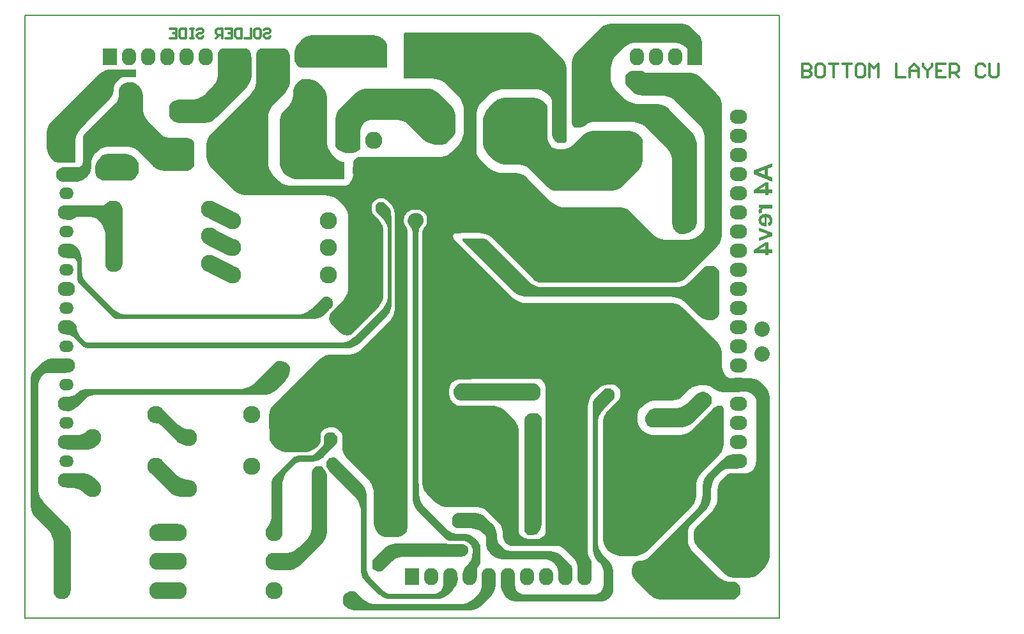
<source format=gbl>
G04 Layer_Physical_Order=2*
G04 Layer_Color=16711680*
%FSLAX25Y25*%
%MOIN*%
G70*
G01*
G75*
%ADD10C,0.02000*%
%ADD11C,0.01800*%
%ADD12C,0.02400*%
%ADD18C,0.04000*%
%ADD19C,0.03700*%
%ADD20C,0.03000*%
%ADD21C,0.00800*%
%ADD22C,0.03200*%
%ADD23C,0.01200*%
%ADD24C,0.09000*%
%ADD25R,0.09000X0.09000*%
%ADD26C,0.11000*%
%ADD27C,0.08500*%
%ADD28C,0.08000*%
%ADD29O,0.07500X0.10000*%
%ADD30R,0.07500X0.10000*%
%ADD31R,0.09000X0.07500*%
%ADD32O,0.09000X0.07500*%
%ADD33C,0.09500*%
%ADD34R,0.09500X0.09500*%
%ADD35O,0.07500X0.09000*%
%ADD36R,0.07500X0.09000*%
%ADD37O,0.07500X0.06000*%
%ADD38C,0.07500*%
%ADD39C,0.06000*%
G04:AMPARAMS|DCode=40|XSize=134.16mil|YSize=88.71mil|CornerRadius=0mil|HoleSize=0mil|Usage=FLASHONLY|Rotation=333.000|XOffset=0mil|YOffset=0mil|HoleType=Round|Shape=Rectangle|*
%AMROTATEDRECTD40*
4,1,4,-0.07991,-0.00907,-0.03963,0.06997,0.07991,0.00907,0.03963,-0.06997,-0.07991,-0.00907,0.0*
%
%ADD40ROTATEDRECTD40*%

%ADD41R,0.10800X0.08900*%
%ADD42R,0.10700X0.08900*%
G36*
X472542Y468758D02*
X473227Y468137D01*
X474762Y467112D01*
X476467Y466405D01*
X478277Y466045D01*
X479200Y466000D01*
Y457241D01*
Y457208D01*
X479187Y457142D01*
X479161Y457080D01*
X479124Y457024D01*
X479100Y457000D01*
Y457000D01*
X474957D01*
X473025Y457384D01*
X471205Y458138D01*
X469567Y459233D01*
X468871Y459929D01*
X458900Y469900D01*
X464800Y476500D01*
X472542Y468758D01*
D02*
G37*
G36*
X426275Y468916D02*
X428095Y468162D01*
X429733Y467067D01*
X430429Y466371D01*
X430429Y466371D01*
X432600Y464200D01*
X431887Y463487D01*
X431282Y462820D01*
X430283Y461325D01*
X429595Y459663D01*
X429244Y457899D01*
X429200Y457000D01*
X428606D01*
X427439Y457232D01*
X426341Y457687D01*
X425353Y458347D01*
X424932Y458768D01*
Y458768D01*
X424700Y459000D01*
X423980Y459653D01*
X422366Y460731D01*
X420573Y461474D01*
X418669Y461852D01*
X417699Y461900D01*
X415100D01*
X415200Y469300D01*
X424343D01*
X426275Y468916D01*
D02*
G37*
G36*
X520000Y441300D02*
X520000Y441300D01*
Y441300D01*
X520000D01*
D02*
G37*
G36*
X613326Y432838D02*
X613476Y432738D01*
X613849Y432583D01*
X614026Y432548D01*
X614193Y432479D01*
X614589Y432400D01*
X614770D01*
X614947Y432365D01*
X620426D01*
X620545Y432388D01*
X620665Y432380D01*
X621396Y432477D01*
X621603D01*
X622274Y432388D01*
X623215Y431998D01*
X623226Y431991D01*
X623334Y431947D01*
X623937Y431544D01*
X624190Y431315D01*
X624470Y431034D01*
X624642Y430845D01*
X624872Y430501D01*
X625000Y429857D01*
Y429500D01*
Y429143D01*
X624861Y428444D01*
X624588Y427785D01*
X624192Y427191D01*
X623939Y426939D01*
X623900Y426900D01*
Y426900D01*
X623638Y426638D01*
X623023Y426227D01*
X622340Y425944D01*
X621614Y425800D01*
X591442D01*
X590462Y425752D01*
X588539Y425369D01*
X586728Y424619D01*
X585098Y423530D01*
X584371Y422871D01*
X580266Y418766D01*
X580266Y418766D01*
X580131Y418631D01*
X579815Y418420D01*
X579463Y418274D01*
X579090Y418200D01*
X577686D01*
X576960Y418344D01*
X576277Y418627D01*
X575662Y419038D01*
X575400Y419300D01*
X575500Y419200D01*
X575334Y419366D01*
X575072Y419758D01*
X574892Y420193D01*
X574800Y420655D01*
Y420890D01*
Y422952D01*
Y423153D01*
X574879Y423549D01*
X575033Y423922D01*
X575257Y424257D01*
X575400Y424400D01*
X580971Y429971D01*
Y429971D01*
X581668Y430667D01*
X583305Y431762D01*
X585125Y432516D01*
X587057Y432900D01*
X613176D01*
X613326Y432838D01*
D02*
G37*
G36*
X473416Y442974D02*
X473541Y442922D01*
X473652Y442847D01*
X473700Y442800D01*
X473677Y442775D01*
X473640Y442720D01*
X473615Y442658D01*
X473602Y442592D01*
X473600Y442559D01*
Y434000D01*
X462908D01*
X462842Y434013D01*
X462780Y434039D01*
X462724Y434076D01*
X462700Y434100D01*
X462700Y434100D01*
X462800Y443000D01*
X473284D01*
X473416Y442974D01*
D02*
G37*
G36*
X463279Y504305D02*
X464201Y503923D01*
X465032Y503368D01*
X465385Y503015D01*
Y503015D01*
X473567Y494833D01*
X474146Y494308D01*
X475444Y493441D01*
X476887Y492843D01*
X478419Y492538D01*
X479200Y492500D01*
Y483600D01*
X478344D01*
X476665Y483934D01*
X475083Y484589D01*
X473660Y485540D01*
X473054Y486146D01*
X473054D01*
X464902Y494298D01*
X464604Y494568D01*
X463935Y495015D01*
X463191Y495323D01*
X462402Y495480D01*
X462000Y495500D01*
X461800Y504500D01*
X462299D01*
X463279Y504305D01*
D02*
G37*
G36*
X748708Y511814D02*
X749587Y511450D01*
X750378Y510922D01*
X750714Y510586D01*
Y510586D01*
X750900Y510400D01*
X751138Y510162D01*
X751511Y509603D01*
X751769Y508982D01*
X751900Y508322D01*
Y507986D01*
Y506900D01*
Y506662D01*
X751807Y506196D01*
X751625Y505756D01*
X751361Y505361D01*
X751193Y505193D01*
X742229Y496229D01*
X741533Y495533D01*
X739895Y494438D01*
X738075Y493684D01*
X736143Y493300D01*
X721094D01*
X720302Y493457D01*
X719556Y493766D01*
X718885Y494215D01*
X718600Y494500D01*
X718315Y494785D01*
X717866Y495456D01*
X717557Y496202D01*
X717400Y496993D01*
Y497397D01*
Y497700D01*
Y498294D01*
X717632Y499461D01*
X718087Y500559D01*
X718747Y501547D01*
X719168Y501968D01*
X719168Y501968D01*
X719300Y502100D01*
X719609Y502409D01*
X720336Y502895D01*
X721144Y503229D01*
X722001Y503400D01*
X732658D01*
X733638Y503448D01*
X735561Y503831D01*
X737372Y504581D01*
X739002Y505670D01*
X739729Y506329D01*
X739729D01*
X744057Y510656D01*
X744376Y510976D01*
X745127Y511478D01*
X745962Y511824D01*
X746848Y512000D01*
X747776D01*
X748708Y511814D01*
D02*
G37*
G36*
X554307Y490708D02*
X554742Y490528D01*
X555134Y490266D01*
X555300Y490100D01*
X555398Y490002D01*
X555398Y490002D01*
X555684Y489716D01*
X556133Y489044D01*
X556442Y488297D01*
X556600Y487504D01*
Y487100D01*
Y486672D01*
X556433Y485832D01*
X556105Y485042D01*
X555630Y484330D01*
X555327Y484027D01*
X549529Y478229D01*
X549529D01*
X548833Y477532D01*
X547195Y476438D01*
X545375Y475684D01*
X543443Y475300D01*
X537197D01*
X536796Y475280D01*
X536008Y475124D01*
X535266Y474816D01*
X534598Y474370D01*
X534300Y474100D01*
X530929Y470729D01*
Y470729D01*
X530270Y470002D01*
X529181Y468372D01*
X528431Y466561D01*
X528048Y464638D01*
X528000Y463658D01*
Y438200D01*
X520000Y441300D01*
X520517Y441871D01*
X521373Y443151D01*
X521962Y444573D01*
X522262Y446083D01*
X522300Y446853D01*
Y464200D01*
Y464723D01*
X522504Y465749D01*
X522904Y466716D01*
X523486Y467586D01*
X523856Y467956D01*
X533200Y477300D01*
Y477300D01*
X533533Y477633D01*
X534316Y478156D01*
X535186Y478516D01*
X536109Y478700D01*
X542200D01*
X542626Y478721D01*
X543461Y478887D01*
X544248Y479213D01*
X544957Y479686D01*
X545273Y479973D01*
X548800Y483500D01*
Y483500D01*
X549003Y483723D01*
X549337Y484224D01*
X549568Y484781D01*
X549685Y485372D01*
X549700Y485673D01*
Y488210D01*
Y488445D01*
X549792Y488907D01*
X549972Y489342D01*
X550234Y489734D01*
X550400Y489900D01*
X550614Y490114D01*
X551117Y490450D01*
X551677Y490682D01*
X552270Y490800D01*
X553845D01*
X554307Y490708D01*
D02*
G37*
G36*
X766100Y472524D02*
Y472423D01*
X766061Y472226D01*
X765983Y472039D01*
X765871Y471871D01*
X765800Y471800D01*
X760380Y471800D01*
X759911Y471777D01*
X758992Y471594D01*
X758127Y471236D01*
X757348Y470715D01*
X757000Y470400D01*
X754629Y468029D01*
Y468029D01*
X753970Y467302D01*
X752881Y465672D01*
X752131Y463861D01*
X751748Y461938D01*
X751700Y460958D01*
Y457342D01*
Y456357D01*
X751316Y454425D01*
X750562Y452605D01*
X749468Y450968D01*
X748771Y450271D01*
X741300Y442800D01*
X741300D01*
X740917Y442378D01*
X740285Y441432D01*
X739850Y440381D01*
X739628Y439265D01*
X739600Y438696D01*
Y433900D01*
X739634Y433214D01*
X739901Y431868D01*
X740427Y430600D01*
X741189Y429459D01*
X741651Y428949D01*
X754871Y415729D01*
X755598Y415070D01*
X757228Y413981D01*
X759039Y413231D01*
X760962Y412848D01*
X761942Y412800D01*
X763518D01*
X763695Y412765D01*
X763938D01*
X764091Y412734D01*
X764401Y412606D01*
X764681Y412419D01*
X764800Y412300D01*
X765881Y411219D01*
X766099Y411001D01*
X766443Y410487D01*
X766679Y409915D01*
X766800Y409309D01*
Y409000D01*
Y406807D01*
Y406639D01*
X766734Y406309D01*
X766606Y405999D01*
X766419Y405719D01*
X766300Y405600D01*
X765231Y404531D01*
X765231D01*
X764962Y404262D01*
X764330Y403840D01*
X763627Y403548D01*
X762880Y403400D01*
X725257D01*
X723325Y403784D01*
X721505Y404538D01*
X719868Y405632D01*
X719171Y406329D01*
X712168Y413332D01*
X712168D01*
X711747Y413753D01*
X711087Y414741D01*
X710632Y415839D01*
X710400Y417006D01*
Y417600D01*
Y418596D01*
Y419168D01*
X710623Y420289D01*
X711061Y421345D01*
X711696Y422296D01*
X712100Y422700D01*
X712385Y422985D01*
X713056Y423434D01*
X713802Y423743D01*
X714594Y423900D01*
X715900D01*
X716279Y423919D01*
X717021Y424066D01*
X717721Y424356D01*
X718351Y424777D01*
X718631Y425031D01*
X744171Y450571D01*
X744171D01*
X744830Y451298D01*
X745919Y452928D01*
X746669Y454739D01*
X747052Y456662D01*
X747100Y457642D01*
Y461858D01*
Y462843D01*
X747484Y464775D01*
X748238Y466595D01*
X749333Y468232D01*
X750029Y468929D01*
X757571Y476471D01*
Y476471D01*
X758267Y477168D01*
X759905Y478262D01*
X761725Y479016D01*
X763657Y479400D01*
X766100D01*
Y472524D01*
D02*
G37*
G36*
X432429Y485471D02*
X432447Y485455D01*
X432486Y485428D01*
X432530Y485410D01*
X432576Y485401D01*
X432600Y485400D01*
X431529Y484329D01*
X430928Y483728D01*
X429513Y482783D01*
X427942Y482132D01*
X426274Y481800D01*
X415100D01*
Y489400D01*
X420989D01*
X421725Y489436D01*
X423169Y489723D01*
X424530Y490287D01*
X425754Y491105D01*
X426300Y491600D01*
X426300D01*
X432429Y485471D01*
D02*
G37*
G36*
X548391Y473034D02*
X548701Y472906D01*
X548981Y472719D01*
X548983Y472717D01*
X549058Y472498D01*
X549104Y472262D01*
X549172Y472162D01*
X549211Y472047D01*
X549369Y471866D01*
X549502Y471667D01*
X549566Y471624D01*
X550090Y470942D01*
X550470Y470024D01*
X550492Y469910D01*
X550560Y469809D01*
X550599Y469694D01*
X550757Y469514D01*
X550890Y469314D01*
X551156Y469049D01*
X551400Y467821D01*
Y467047D01*
Y439642D01*
Y438657D01*
X551016Y436725D01*
X550262Y434905D01*
X549167Y433267D01*
X548471Y432571D01*
X537629Y421729D01*
X537629D01*
X536933Y421032D01*
X535295Y419938D01*
X533475Y419184D01*
X531543Y418800D01*
X523500D01*
X523600Y427700D01*
X529358D01*
X530338Y427748D01*
X532261Y428131D01*
X534072Y428881D01*
X535702Y429970D01*
X536429Y430629D01*
X540471Y434671D01*
X540471D01*
X541130Y435398D01*
X542219Y437028D01*
X542969Y438839D01*
X543352Y440762D01*
X543400Y441742D01*
Y469869D01*
Y470138D01*
X543505Y470665D01*
X543711Y471162D01*
X544010Y471610D01*
X544200Y471800D01*
X545005Y472605D01*
X545123Y472723D01*
X545400Y472908D01*
X545707Y473035D01*
X546034Y473100D01*
X548061D01*
X548391Y473034D01*
D02*
G37*
G36*
X783500Y607886D02*
X780748D01*
X780484Y607871D01*
X780250Y607856D01*
X780030D01*
X779840Y607842D01*
X779679Y607827D01*
X779533Y607812D01*
X779415Y607798D01*
X779298Y607783D01*
X779211Y607769D01*
X779152D01*
X779093Y607754D01*
X779064Y607739D01*
X779035D01*
X778844Y607681D01*
X778683Y607608D01*
X778537Y607534D01*
X778435Y607461D01*
X778361Y607403D01*
X778303Y607359D01*
X778273Y607329D01*
X778259Y607315D01*
X778186Y607212D01*
X778127Y607095D01*
X778098Y606978D01*
X778069Y606876D01*
X778054Y606788D01*
X778039Y606714D01*
Y606671D01*
Y606656D01*
X778054Y606495D01*
X778083Y606349D01*
X778142Y606202D01*
X778186Y606056D01*
X778244Y605953D01*
X778303Y605851D01*
X778332Y605792D01*
X778347Y605778D01*
X776736Y605207D01*
X776619Y605426D01*
X776531Y605646D01*
X776473Y605865D01*
X776429Y606041D01*
X776400Y606202D01*
X776385Y606334D01*
Y606407D01*
Y606422D01*
Y606436D01*
X776400Y606597D01*
X776414Y606744D01*
X776458Y606876D01*
X776487Y606993D01*
X776531Y607095D01*
X776575Y607168D01*
X776590Y607212D01*
X776605Y607227D01*
X776707Y607359D01*
X776839Y607505D01*
X776985Y607637D01*
X777146Y607754D01*
X777293Y607856D01*
X777410Y607944D01*
X777498Y608003D01*
X777512Y608017D01*
X776531D01*
Y609730D01*
X783500D01*
Y607886D01*
D02*
G37*
G36*
X781567Y617621D02*
X783500D01*
Y615835D01*
X781567D01*
Y614649D01*
X779957D01*
Y615835D01*
X773852D01*
Y617387D01*
X779972Y621559D01*
X781567D01*
Y617621D01*
D02*
G37*
G36*
X780352Y604943D02*
X780601Y604928D01*
X781070Y604855D01*
X781289Y604797D01*
X781480Y604738D01*
X781670Y604679D01*
X781831Y604621D01*
X781977Y604562D01*
X782109Y604504D01*
X782226Y604445D01*
X782314Y604387D01*
X782387Y604343D01*
X782446Y604314D01*
X782475Y604284D01*
X782490D01*
X782695Y604109D01*
X782885Y603918D01*
X783046Y603713D01*
X783178Y603494D01*
X783295Y603274D01*
X783383Y603040D01*
X783471Y602820D01*
X783529Y602601D01*
X783573Y602396D01*
X783617Y602205D01*
X783632Y602044D01*
X783661Y601883D01*
Y601766D01*
X783676Y601664D01*
Y601605D01*
Y601590D01*
X783646Y601181D01*
X783588Y600815D01*
X783515Y600492D01*
X783412Y600214D01*
X783310Y599995D01*
X783266Y599892D01*
X783237Y599819D01*
X783193Y599760D01*
X783178Y599717D01*
X783149Y599702D01*
Y599687D01*
X782929Y599424D01*
X782680Y599190D01*
X782431Y598999D01*
X782182Y598838D01*
X781963Y598721D01*
X781860Y598663D01*
X781773Y598633D01*
X781714Y598604D01*
X781655Y598575D01*
X781626Y598560D01*
X781611D01*
X781304Y600390D01*
X781494Y600449D01*
X781641Y600522D01*
X781773Y600610D01*
X781875Y600683D01*
X781963Y600741D01*
X782021Y600800D01*
X782051Y600829D01*
X782065Y600844D01*
X782138Y600961D01*
X782197Y601078D01*
X782241Y601210D01*
X782270Y601312D01*
X782285Y601415D01*
X782300Y601503D01*
Y601561D01*
Y601576D01*
X782285Y601795D01*
X782226Y602000D01*
X782153Y602191D01*
X782065Y602337D01*
X781992Y602469D01*
X781919Y602557D01*
X781860Y602615D01*
X781846Y602630D01*
X781655Y602776D01*
X781450Y602879D01*
X781245Y602952D01*
X781026Y603011D01*
X780850Y603040D01*
X780689Y603055D01*
X780631Y603069D01*
X780557D01*
Y598457D01*
X780177D01*
X779811Y598487D01*
X779489Y598531D01*
X779181Y598575D01*
X778903Y598648D01*
X778640Y598721D01*
X778405Y598794D01*
X778200Y598882D01*
X778010Y598955D01*
X777864Y599043D01*
X777732Y599116D01*
X777615Y599175D01*
X777527Y599233D01*
X777468Y599277D01*
X777439Y599307D01*
X777424Y599321D01*
X777234Y599497D01*
X777088Y599687D01*
X776941Y599878D01*
X776824Y600083D01*
X776722Y600287D01*
X776634Y600492D01*
X776575Y600697D01*
X776517Y600888D01*
X776473Y601063D01*
X776443Y601239D01*
X776414Y601385D01*
X776400Y601517D01*
X776385Y601634D01*
Y601708D01*
Y601766D01*
Y601781D01*
X776400Y602030D01*
X776429Y602279D01*
X776473Y602498D01*
X776546Y602718D01*
X776619Y602923D01*
X776692Y603113D01*
X776795Y603274D01*
X776883Y603435D01*
X776971Y603581D01*
X777058Y603699D01*
X777146Y603816D01*
X777219Y603904D01*
X777293Y603977D01*
X777337Y604021D01*
X777366Y604050D01*
X777381Y604065D01*
X777571Y604226D01*
X777776Y604357D01*
X777995Y604475D01*
X778215Y604577D01*
X778449Y604665D01*
X778669Y604738D01*
X779108Y604841D01*
X779298Y604884D01*
X779489Y604914D01*
X779664Y604928D01*
X779796Y604943D01*
X779928Y604958D01*
X780089D01*
X780352Y604943D01*
D02*
G37*
G36*
X781567Y586262D02*
X783500D01*
Y584476D01*
X781567D01*
Y583290D01*
X779957D01*
Y584476D01*
X773852D01*
Y586028D01*
X779972Y590201D01*
X781567D01*
Y586262D01*
D02*
G37*
G36*
X783500Y595032D02*
Y593377D01*
X776531Y590611D01*
Y592499D01*
X780089Y593831D01*
X780308Y593904D01*
X780499Y593963D01*
X780587Y593992D01*
X780645Y594007D01*
X780675Y594022D01*
X780689D01*
X780762Y594036D01*
X780850Y594066D01*
X781040Y594139D01*
X781143Y594168D01*
X781216Y594183D01*
X781275Y594212D01*
X781289D01*
X780089Y594593D01*
X776531Y595910D01*
Y597843D01*
X783500Y595032D01*
D02*
G37*
G36*
X630375Y448416D02*
X632195Y447662D01*
X633833Y446567D01*
X634529Y445871D01*
X634529Y445871D01*
X637071Y443329D01*
X637768Y442632D01*
X638862Y440995D01*
X639616Y439175D01*
X640000Y437243D01*
Y436258D01*
Y435900D01*
X640029Y435308D01*
X640260Y434148D01*
X640713Y433055D01*
X641370Y432071D01*
X641768Y431632D01*
X641768D01*
X643100Y430300D01*
X643448Y429985D01*
X644227Y429464D01*
X645092Y429106D01*
X646011Y428923D01*
X646480Y428900D01*
X667743D01*
X669675Y428516D01*
X671495Y427762D01*
X673133Y426667D01*
X673829Y425971D01*
X673829Y425971D01*
X677800Y422000D01*
X678180Y421620D01*
X678778Y420725D01*
X679190Y419731D01*
X679400Y418675D01*
Y418137D01*
Y414400D01*
X672000Y415100D01*
Y416989D01*
X671964Y417725D01*
X671677Y419169D01*
X671113Y420530D01*
X670295Y421754D01*
X669800Y422300D01*
X669304Y422750D01*
X668190Y423494D01*
X666954Y424006D01*
X665641Y424267D01*
X664972Y424300D01*
X642857D01*
X640925Y424684D01*
X639105Y425438D01*
X637467Y426533D01*
X636771Y427229D01*
X636200Y427800D01*
X635748Y428252D01*
X635038Y429314D01*
X634549Y430495D01*
X634300Y431748D01*
Y432387D01*
Y434761D01*
X634279Y435197D01*
X634109Y436050D01*
X633776Y436854D01*
X633292Y437577D01*
X633000Y437900D01*
X632330Y438508D01*
X630827Y439511D01*
X629158Y440203D01*
X627385Y440556D01*
X626482Y440600D01*
X619901D01*
X619044Y440771D01*
X618236Y441105D01*
X617509Y441591D01*
X617200Y441900D01*
X617034Y442066D01*
X616772Y442458D01*
X616592Y442893D01*
X616500Y443355D01*
Y443590D01*
Y444620D01*
Y445091D01*
X616684Y446014D01*
X617044Y446884D01*
X617567Y447667D01*
X617900Y448000D01*
X618090Y448190D01*
X618538Y448489D01*
X619035Y448695D01*
X619562Y448800D01*
X628443D01*
X630375Y448416D01*
D02*
G37*
G36*
X598448Y605347D02*
X599188Y605200D01*
X599843Y604929D01*
X600471Y604509D01*
X600686Y604315D01*
X600714Y604286D01*
X600842Y604145D01*
X601150Y603685D01*
X601344Y603215D01*
X601452Y602671D01*
X601465Y602416D01*
Y600759D01*
X601457Y600605D01*
X601388Y600258D01*
X601270Y599974D01*
X601074Y599680D01*
X600970Y599566D01*
X600669Y599265D01*
X600569Y599115D01*
X600441Y598987D01*
X599918Y598204D01*
X599915Y598195D01*
X599875Y598152D01*
X599503Y597595D01*
X599247Y596977D01*
X599116Y596320D01*
X599100Y595986D01*
Y595568D01*
X599065Y595391D01*
Y594920D01*
Y538629D01*
Y533142D01*
Y532157D01*
Y465142D01*
Y464157D01*
X599100Y463980D01*
Y463799D01*
Y459242D01*
X599148Y458262D01*
X599531Y456339D01*
X600281Y454528D01*
X601370Y452898D01*
X602029Y452171D01*
X614732Y439468D01*
X615171Y439070D01*
X616155Y438413D01*
X617248Y437960D01*
X618408Y437729D01*
X619000Y437700D01*
X623513D01*
X625096Y437385D01*
X626587Y436767D01*
X627929Y435871D01*
X628500Y435300D01*
X629420Y434380D01*
X629891Y433909D01*
X630631Y432802D01*
X631140Y431572D01*
X631400Y430266D01*
Y429600D01*
Y423880D01*
Y423409D01*
X631216Y422486D01*
X630856Y421616D01*
X630333Y420833D01*
X630000Y420500D01*
X629887Y420376D01*
X629702Y420098D01*
X629573Y419788D01*
X629508Y419460D01*
X629500Y419293D01*
Y414800D01*
X622108D01*
X622042Y414813D01*
X621980Y414839D01*
X621924Y414876D01*
X621900Y414900D01*
X621900Y414900D01*
Y415282D01*
Y416189D01*
X622254Y417971D01*
X622949Y419648D01*
X623958Y421158D01*
X624600Y421800D01*
Y421800D01*
X624766Y421967D01*
X625292Y422546D01*
X626159Y423844D01*
X626757Y425287D01*
X627062Y426819D01*
X627100Y427600D01*
Y429162D01*
X627079Y429597D01*
X626909Y430450D01*
X626576Y431254D01*
X626092Y431977D01*
X625800Y432300D01*
X625800Y432300D01*
X625456Y432644D01*
X625069Y432994D01*
X624204Y433573D01*
X623928Y433687D01*
X623921Y433693D01*
X622753Y434176D01*
X621500Y434341D01*
X620426Y434200D01*
X614947D01*
X614551Y434279D01*
X614178Y434433D01*
X613843Y434657D01*
X613700Y434800D01*
X598729Y449771D01*
X598033Y450467D01*
X596938Y452105D01*
X596184Y453925D01*
X595800Y455857D01*
Y456842D01*
Y595362D01*
X595779Y595797D01*
X595609Y596650D01*
X595276Y597454D01*
X594793Y598177D01*
X594500Y598500D01*
X594500Y598500D01*
X594472Y598528D01*
X594423Y598644D01*
X594323Y598795D01*
X594254Y598962D01*
X593992Y599353D01*
X593865Y599481D01*
X593764Y599631D01*
X593644Y599751D01*
X593457Y600202D01*
X593300Y600993D01*
Y601397D01*
Y601500D01*
X593500Y602700D01*
X593900Y603500D01*
Y603571D01*
X593928Y603711D01*
X593982Y603843D01*
X594062Y603962D01*
X594112Y604012D01*
Y604012D01*
X594770Y604670D01*
X595157Y604929D01*
X595812Y605200D01*
X596553Y605347D01*
X596908Y605365D01*
X598092D01*
X598448Y605347D01*
D02*
G37*
G36*
X639400Y415600D02*
Y412042D01*
Y411057D01*
X639016Y409125D01*
X638262Y407305D01*
X637168Y405667D01*
X636471Y404971D01*
X632029Y400529D01*
X632029D01*
X631332Y399833D01*
X629695Y398738D01*
X627875Y397984D01*
X625943Y397600D01*
X565703D01*
X563988Y397941D01*
X562372Y398610D01*
X560918Y399582D01*
X560300Y400200D01*
X560300Y400200D01*
X560110Y400390D01*
X559811Y400838D01*
X559605Y401335D01*
X559500Y401862D01*
Y402131D01*
Y403600D01*
Y403957D01*
X559639Y404656D01*
X559912Y405315D01*
X560308Y405908D01*
X560561Y406161D01*
X560700Y406300D01*
X560700D01*
X561057Y406657D01*
X561896Y407217D01*
X562827Y407603D01*
X563817Y407800D01*
X564809D01*
X565415Y407679D01*
X565987Y407443D01*
X566501Y407099D01*
X566719Y406881D01*
X569571Y404029D01*
X570298Y403370D01*
X571928Y402281D01*
X573739Y401531D01*
X575662Y401148D01*
X576642Y401100D01*
X620858D01*
X621838Y401148D01*
X623761Y401531D01*
X625572Y402281D01*
X627202Y403370D01*
X627929Y404029D01*
X630100Y406200D01*
Y406200D01*
X630505Y406647D01*
X631174Y407649D01*
X631635Y408762D01*
X631870Y409943D01*
X631900Y410546D01*
Y415800D01*
X639400Y415600D01*
D02*
G37*
G36*
X783500Y629450D02*
X781319Y628660D01*
Y624780D01*
X783500Y623960D01*
Y621852D01*
X773881Y625717D01*
Y627767D01*
X783500Y631500D01*
Y629450D01*
D02*
G37*
G36*
X555575Y477561D02*
X555761Y477483D01*
X555929Y477371D01*
X556000Y477300D01*
X569071Y464229D01*
X569071Y464229D01*
X569768Y463532D01*
X570862Y461895D01*
X571616Y460075D01*
X572000Y458143D01*
Y457158D01*
Y420200D01*
X572042Y419348D01*
X572374Y417677D01*
X573026Y416103D01*
X573973Y414686D01*
X574546Y414054D01*
X580600Y408000D01*
X580600Y408000D01*
X580972Y407662D01*
X581807Y407105D01*
X582735Y406720D01*
X583719Y406525D01*
X584221Y406500D01*
X606979D01*
X607481Y406525D01*
X608465Y406720D01*
X609393Y407105D01*
X610228Y407662D01*
X610600Y408000D01*
X610892Y408323D01*
X611376Y409046D01*
X611709Y409850D01*
X611879Y410703D01*
X611900Y411138D01*
Y415500D01*
X619500Y415200D01*
Y414273D01*
X619138Y412454D01*
X618428Y410740D01*
X617398Y409198D01*
X616742Y408542D01*
X614100Y405900D01*
X614100D01*
X613601Y405401D01*
X612426Y404616D01*
X611122Y404075D01*
X609736Y403800D01*
X583115D01*
X581576Y404106D01*
X580126Y404707D01*
X578821Y405579D01*
X578267Y406133D01*
X571000Y413400D01*
X570477Y413923D01*
X569655Y415153D01*
X569089Y416520D01*
X568800Y417972D01*
Y418711D01*
Y449858D01*
X568752Y450838D01*
X568369Y452761D01*
X567619Y454572D01*
X566530Y456202D01*
X565871Y456929D01*
X552188Y470612D01*
X552177Y470700D01*
X551693Y471867D01*
X550923Y472870D01*
X550800Y472964D01*
Y472983D01*
Y475100D01*
Y475243D01*
X550856Y475523D01*
X550965Y475786D01*
X551123Y476023D01*
X551224Y476124D01*
X551800Y476700D01*
X551800D01*
X552014Y476914D01*
X552517Y477250D01*
X553077Y477482D01*
X553670Y477600D01*
X555377D01*
X555575Y477561D01*
D02*
G37*
G36*
X450714Y673416D02*
X451584Y673056D01*
X452367Y672533D01*
X452700Y672200D01*
X453318Y671582D01*
X454290Y670128D01*
X454959Y668512D01*
X455300Y666797D01*
Y665923D01*
Y659942D01*
X455348Y658962D01*
X455731Y657039D01*
X456481Y655228D01*
X457570Y653598D01*
X458229Y652871D01*
X464420Y646680D01*
X464420Y646680D01*
X464912Y646234D01*
X466013Y645498D01*
X467238Y644991D01*
X468537Y644733D01*
X469200Y644700D01*
X478222D01*
X479188Y644508D01*
X480097Y644131D01*
X480916Y643584D01*
X481264Y643236D01*
X481415Y643085D01*
X481653Y642729D01*
X481816Y642334D01*
X481900Y641914D01*
Y641700D01*
Y630507D01*
Y630339D01*
X481834Y630009D01*
X481706Y629699D01*
X481519Y629419D01*
X481400Y629300D01*
X480924Y628824D01*
X479806Y628077D01*
X478563Y627562D01*
X477244Y627300D01*
X466457D01*
X464525Y627684D01*
X462705Y628438D01*
X461067Y629532D01*
X460371Y630229D01*
X453258Y637342D01*
X453258D01*
X452573Y637963D01*
X451038Y638988D01*
X449333Y639695D01*
X447523Y640055D01*
X446600Y640100D01*
X437942D01*
X436962Y640052D01*
X435039Y639669D01*
X433228Y638919D01*
X431598Y637830D01*
X430871Y637171D01*
X430500Y636800D01*
Y636800D01*
X430005Y636254D01*
X429187Y635030D01*
X428623Y633669D01*
X428336Y632225D01*
X428300Y631489D01*
Y629700D01*
Y629010D01*
X428031Y627658D01*
X427503Y626384D01*
X426737Y625237D01*
X426249Y624749D01*
X425800Y624300D01*
Y624300D01*
X425206Y623706D01*
X423807Y622771D01*
X422254Y622128D01*
X420605Y621800D01*
X412862D01*
X412335Y621905D01*
X411838Y622111D01*
X411390Y622410D01*
X411200Y622600D01*
X410748Y623052D01*
X410748Y623052D01*
X410547Y623253D01*
X410230Y623728D01*
X410011Y624255D01*
X409900Y624815D01*
Y625100D01*
Y625686D01*
Y626022D01*
X410031Y626682D01*
X410289Y627303D01*
X410662Y627862D01*
X410900Y628100D01*
X411185Y628385D01*
X411856Y628834D01*
X412602Y629143D01*
X413393Y629300D01*
X420969D01*
X421236Y629313D01*
X421762Y629418D01*
X422256Y629623D01*
X422701Y629920D01*
X422900Y630100D01*
X423103Y630323D01*
X423437Y630824D01*
X423668Y631381D01*
X423785Y631972D01*
X423800Y632273D01*
Y644400D01*
Y644709D01*
X423921Y645316D01*
X424157Y645887D01*
X424501Y646401D01*
X424719Y646619D01*
X440903Y662803D01*
X441285Y663224D01*
X441916Y664169D01*
X442350Y665218D01*
X442572Y666332D01*
X442600Y666900D01*
Y669344D01*
Y669714D01*
X442744Y670440D01*
X443027Y671123D01*
X443438Y671738D01*
X443700Y672000D01*
X444080Y672380D01*
X444975Y672978D01*
X445969Y673390D01*
X447025Y673600D01*
X449791D01*
X450714Y673416D01*
D02*
G37*
G36*
X659375Y699216D02*
X661195Y698462D01*
X662832Y697367D01*
X663529Y696671D01*
X663529Y696671D01*
X673471Y686729D01*
X674167Y686032D01*
X675262Y684395D01*
X676016Y682575D01*
X676400Y680643D01*
Y679658D01*
Y644049D01*
Y643847D01*
X676321Y643451D01*
X676167Y643078D01*
X675943Y642743D01*
X675800Y642600D01*
X675657Y642457D01*
X675322Y642233D01*
X674949Y642079D01*
X674553Y642000D01*
X672270D01*
X671676Y642118D01*
X671117Y642350D01*
X670614Y642686D01*
X670400Y642900D01*
X669996Y643304D01*
X669361Y644255D01*
X668923Y645311D01*
X668700Y646432D01*
Y647004D01*
Y662754D01*
X668670Y663357D01*
X668435Y664538D01*
X667974Y665651D01*
X667305Y666653D01*
X666900Y667100D01*
X666180Y667753D01*
X664566Y668831D01*
X662773Y669574D01*
X660869Y669952D01*
X659899Y670000D01*
X642742D01*
X641762Y669952D01*
X639839Y669569D01*
X638028Y668819D01*
X636398Y667730D01*
X635671Y667071D01*
Y667071D01*
X632029Y663429D01*
X631370Y662702D01*
X630281Y661072D01*
X629531Y659261D01*
X629148Y657338D01*
X629100Y656358D01*
Y655900D01*
Y638328D01*
X629133Y637659D01*
X629394Y636346D01*
X629906Y635110D01*
X630650Y633996D01*
X631100Y633500D01*
X635171Y629429D01*
X635898Y628770D01*
X637528Y627681D01*
X639339Y626931D01*
X641262Y626548D01*
X642242Y626500D01*
X649743D01*
X651675Y626116D01*
X653495Y625362D01*
X655132Y624267D01*
X655829Y623571D01*
X668071Y611329D01*
X668798Y610670D01*
X670428Y609581D01*
X672239Y608831D01*
X674162Y608448D01*
X675142Y608400D01*
X704243D01*
X706175Y608016D01*
X707995Y607262D01*
X709632Y606168D01*
X710329Y605471D01*
X721571Y594229D01*
X722298Y593570D01*
X723928Y592481D01*
X725739Y591731D01*
X727662Y591348D01*
X728642Y591300D01*
X738458D01*
X739438Y591348D01*
X741361Y591731D01*
X743172Y592481D01*
X744802Y593570D01*
X745529Y594229D01*
X745529D01*
X746800Y595500D01*
X747160Y595897D01*
X747755Y596788D01*
X748165Y597777D01*
X748374Y598827D01*
X748400Y599363D01*
Y644258D01*
X748352Y645238D01*
X747969Y647161D01*
X747219Y648972D01*
X746130Y650602D01*
X745471Y651329D01*
X745471Y651329D01*
X732829Y663971D01*
X732102Y664630D01*
X730472Y665719D01*
X728661Y666469D01*
X726738Y666852D01*
X725758Y666900D01*
X715740D01*
X714553Y667136D01*
X714032D01*
X713011Y667339D01*
X712049Y667738D01*
X711184Y668316D01*
X710816Y668684D01*
X710816D01*
X708200Y671300D01*
X707891Y671609D01*
X707405Y672336D01*
X707071Y673144D01*
X706900Y674001D01*
Y674438D01*
Y675600D01*
Y676028D01*
X707067Y676868D01*
X707395Y677658D01*
X707870Y678370D01*
X708173Y678673D01*
Y678673D01*
X708300Y678800D01*
X708490Y678990D01*
X708938Y679289D01*
X709435Y679495D01*
X709962Y679600D01*
X715414D01*
X716140Y679456D01*
X716823Y679173D01*
X717231Y678900D01*
X740543D01*
X742475Y678516D01*
X744295Y677762D01*
X745932Y676667D01*
X746629Y675971D01*
X746629Y675971D01*
X754371Y668229D01*
X755067Y667532D01*
X756162Y665895D01*
X756916Y664075D01*
X757300Y662143D01*
Y661158D01*
Y594542D01*
Y593557D01*
X756916Y591625D01*
X756162Y589805D01*
X755067Y588167D01*
X754371Y587471D01*
X754371D01*
X738829Y571929D01*
X738132Y571233D01*
X736495Y570138D01*
X734675Y569384D01*
X732743Y569000D01*
X662577D01*
X661551Y569204D01*
X660584Y569604D01*
X659714Y570186D01*
X659344Y570556D01*
X637909Y591991D01*
X637909Y591991D01*
X637182Y592650D01*
X635552Y593739D01*
X633741Y594489D01*
X631818Y594872D01*
X630838Y594920D01*
X621382D01*
X621400Y594900D01*
X618324Y594900D01*
X618224Y594895D01*
X618027Y594856D01*
X617841Y594779D01*
X617674Y594667D01*
X617600Y594600D01*
X617353Y594353D01*
X617274Y594266D01*
X617142Y594069D01*
X617052Y593850D01*
X617006Y593618D01*
X617000Y593500D01*
X617014Y593216D01*
X617125Y592659D01*
X617342Y592134D01*
X617658Y591662D01*
X617848Y591452D01*
X647971Y561329D01*
X648698Y560670D01*
X650328Y559581D01*
X652139Y558831D01*
X654062Y558448D01*
X655042Y558400D01*
X731343D01*
X733275Y558016D01*
X735095Y557262D01*
X736732Y556168D01*
X737429Y555471D01*
X754271Y538629D01*
X754271Y538629D01*
X754967Y537932D01*
X756062Y536295D01*
X756816Y534475D01*
X757200Y532543D01*
Y531558D01*
Y526418D01*
X757244Y525515D01*
X757597Y523742D01*
X758288Y522073D01*
X759293Y520570D01*
X759900Y519900D01*
X760074Y519742D01*
X760463Y519482D01*
X760896Y519303D01*
X761356Y519211D01*
X761590Y519200D01*
X772143D01*
X774075Y518816D01*
X775895Y518062D01*
X777532Y516967D01*
X778229Y516271D01*
X778229Y516271D01*
X779500Y515000D01*
X780142Y514358D01*
X781151Y512848D01*
X781846Y511170D01*
X782200Y509389D01*
Y508482D01*
Y426942D01*
Y425957D01*
X781816Y424025D01*
X781062Y422205D01*
X779967Y420568D01*
X779271Y419871D01*
X779271D01*
X776500Y417100D01*
X775906Y416506D01*
X774508Y415571D01*
X772954Y414928D01*
X771305Y414600D01*
X763695D01*
X762046Y414928D01*
X760492Y415571D01*
X759094Y416506D01*
X758500Y417100D01*
X758500Y417100D01*
X744651Y430949D01*
X744163Y431437D01*
X743397Y432584D01*
X742869Y433858D01*
X742600Y435210D01*
Y435900D01*
Y437737D01*
Y438275D01*
X742810Y439331D01*
X743222Y440325D01*
X743820Y441220D01*
X744200Y441600D01*
X744200D01*
X751971Y449371D01*
X752630Y450098D01*
X753719Y451728D01*
X754469Y453539D01*
X754852Y455462D01*
X754900Y456442D01*
Y459558D01*
Y460543D01*
X755284Y462475D01*
X756038Y464295D01*
X757132Y465933D01*
X757829Y466629D01*
Y466629D01*
X759893Y468693D01*
X760061Y468861D01*
X760456Y469125D01*
X760896Y469307D01*
X761362Y469400D01*
X769862D01*
X770297Y469421D01*
X771150Y469591D01*
X771954Y469924D01*
X772677Y470407D01*
X773000Y470700D01*
X773472Y471221D01*
X774253Y472390D01*
X774791Y473689D01*
X775066Y475067D01*
X775100Y475770D01*
Y507444D01*
X775082Y507812D01*
X774938Y508535D01*
X774656Y509215D01*
X774248Y509827D01*
X774000Y510100D01*
X773535Y510522D01*
X772492Y511218D01*
X771333Y511698D01*
X770103Y511943D01*
X769476Y511974D01*
X766442D01*
X766600Y511800D01*
X757757D01*
X755825Y512184D01*
X754005Y512938D01*
X752367Y514033D01*
X751968Y514432D01*
X751724Y514595D01*
X750336Y515170D01*
X748863Y515463D01*
X748112Y515500D01*
X746700D01*
X745730Y515452D01*
X743827Y515074D01*
X742034Y514331D01*
X740421Y513253D01*
X739701Y512601D01*
X739701D01*
X737429Y510329D01*
X736732Y509632D01*
X735095Y508538D01*
X733275Y507784D01*
X731343Y507400D01*
X722842D01*
X721862Y507352D01*
X719939Y506969D01*
X718128Y506219D01*
X716498Y505130D01*
X715771Y504471D01*
Y504471D01*
X715100Y503800D01*
X714695Y503353D01*
X714026Y502351D01*
X713565Y501238D01*
X713330Y500057D01*
X713300Y499454D01*
Y497411D01*
X713336Y496675D01*
X713623Y495231D01*
X714187Y493870D01*
X715005Y492646D01*
X715500Y492100D01*
X716195Y491470D01*
X717753Y490429D01*
X719485Y489712D01*
X721323Y489346D01*
X722260Y489300D01*
X734458D01*
X735438Y489348D01*
X737361Y489731D01*
X739172Y490481D01*
X740802Y491570D01*
X741529Y492229D01*
X741529D01*
X752149Y502849D01*
X752637Y503337D01*
X753784Y504103D01*
X755058Y504631D01*
X756410Y504900D01*
X757100D01*
X757385Y504615D01*
X757834Y503944D01*
X758143Y503198D01*
X758300Y502407D01*
Y502003D01*
Y485542D01*
Y484557D01*
X757916Y482625D01*
X757162Y480805D01*
X756068Y479168D01*
X755371Y478471D01*
X755371D01*
X746829Y469929D01*
X746170Y469202D01*
X745081Y467572D01*
X744331Y465761D01*
X743948Y463838D01*
X743900Y462858D01*
Y458542D01*
Y457557D01*
X743516Y455625D01*
X742762Y453805D01*
X741668Y452168D01*
X740971Y451471D01*
X740971D01*
X718629Y429129D01*
X717933Y428433D01*
X716295Y427338D01*
X714475Y426584D01*
X712543Y426200D01*
X704057D01*
X702125Y426584D01*
X700305Y427338D01*
X698667Y428433D01*
X697971Y429129D01*
X697900Y429200D01*
X697282Y429818D01*
X696310Y431272D01*
X695641Y432888D01*
X695300Y434603D01*
Y435477D01*
Y495658D01*
Y496643D01*
X695684Y498575D01*
X696438Y500395D01*
X697533Y502033D01*
X698229Y502729D01*
Y502729D01*
X703198Y507698D01*
X703468Y507996D01*
X703915Y508665D01*
X704223Y509409D01*
X704380Y510198D01*
X704400Y510600D01*
Y510879D01*
X704375Y511381D01*
X704179Y512365D01*
X703795Y513293D01*
X703237Y514128D01*
X702900Y514500D01*
X702577Y514792D01*
X701854Y515276D01*
X701050Y515609D01*
X700197Y515779D01*
X699761Y515800D01*
X698942D01*
X697962Y515752D01*
X696039Y515369D01*
X694228Y514619D01*
X692598Y513530D01*
X691871Y512871D01*
Y512871D01*
X690329Y511329D01*
X689670Y510602D01*
X688581Y508972D01*
X687831Y507161D01*
X687448Y505238D01*
X687400Y504258D01*
Y501200D01*
Y427556D01*
X687418Y427187D01*
X687562Y426465D01*
X687844Y425785D01*
X688252Y425173D01*
X688500Y424900D01*
X688500Y424900D01*
X688714Y424686D01*
X689050Y424183D01*
X689282Y423624D01*
X689400Y423030D01*
Y422727D01*
Y414800D01*
X682000Y415200D01*
Y420254D01*
X681970Y420857D01*
X681735Y422038D01*
X681274Y423151D01*
X680605Y424153D01*
X680200Y424600D01*
X675180Y429620D01*
X674688Y430066D01*
X673587Y430802D01*
X672362Y431309D01*
X647891D01*
X646973Y431491D01*
X646109Y431849D01*
X645331Y432369D01*
X645000Y432700D01*
X645000Y432700D01*
X644385Y433315D01*
X644032Y433668D01*
X643477Y434499D01*
X643095Y435421D01*
X642900Y436401D01*
Y436900D01*
Y436959D01*
Y436992D01*
X642913Y437058D01*
X642939Y437120D01*
X642976Y437176D01*
X643000Y437200D01*
X643000D01*
Y437458D01*
X642952Y438438D01*
X642569Y440361D01*
X641819Y442172D01*
X640730Y443802D01*
X640071Y444529D01*
X640071Y444529D01*
X635729Y448871D01*
X635002Y449530D01*
X633372Y450619D01*
X631561Y451369D01*
X629638Y451752D01*
X628658Y451800D01*
X613257D01*
X611325Y452184D01*
X609505Y452938D01*
X607867Y454033D01*
X607171Y454729D01*
X603829Y458071D01*
X603132Y458768D01*
X602038Y460405D01*
X601284Y462225D01*
X600900Y464157D01*
Y465142D01*
Y532157D01*
Y533142D01*
Y594920D01*
Y595391D01*
X601084Y596314D01*
X601444Y597184D01*
X601967Y597967D01*
X602300Y598300D01*
X602525Y598548D01*
X602897Y599105D01*
X603153Y599723D01*
X603284Y600380D01*
X603300Y600714D01*
Y602461D01*
X603279Y602897D01*
X603109Y603750D01*
X602776Y604554D01*
X602292Y605277D01*
X602000Y605600D01*
X601603Y605960D01*
X600712Y606555D01*
X599723Y606965D01*
X598673Y607174D01*
X598137Y607200D01*
X596863D01*
X596327Y607174D01*
X595277Y606965D01*
X594288Y606555D01*
X593397Y605960D01*
X593000Y605600D01*
X592702Y605302D01*
Y605302D01*
X592409Y604979D01*
X591925Y604254D01*
X591591Y603449D01*
X591421Y602594D01*
X591400Y602159D01*
Y600673D01*
X591415Y600372D01*
X591532Y599781D01*
X591763Y599224D01*
X592098Y598723D01*
X592297Y598524D01*
X592339Y598461D01*
X592466Y598334D01*
X592728Y597942D01*
X592763Y597858D01*
X592763D01*
X592776Y597826D01*
Y597826D01*
Y597826D01*
X592776Y597826D01*
X592776Y597826D01*
X592797Y597775D01*
X592806Y597762D01*
X593055Y597160D01*
X593200Y596432D01*
Y596062D01*
Y440956D01*
Y440586D01*
X593056Y439860D01*
X592773Y439177D01*
X592361Y438561D01*
X592100Y438300D01*
X591697Y437897D01*
X591697Y437897D01*
X591293Y437494D01*
X590344Y436859D01*
X589290Y436423D01*
X588171Y436200D01*
X581733D01*
X580611Y436423D01*
X579555Y436861D01*
X578604Y437496D01*
X578200Y437900D01*
X577558Y438542D01*
X576549Y440052D01*
X575854Y441729D01*
X575500Y443510D01*
Y444418D01*
Y459358D01*
X575452Y460338D01*
X575069Y462261D01*
X574319Y464072D01*
X573230Y465702D01*
X572571Y466429D01*
X561592Y477408D01*
X561071Y477929D01*
X560252Y479155D01*
X559688Y480517D01*
X559400Y481963D01*
Y482700D01*
Y487637D01*
X559374Y488173D01*
X559165Y489223D01*
X558755Y490212D01*
X558160Y491103D01*
X557800Y491500D01*
X557061Y492239D01*
X557061Y492239D01*
X556797Y492478D01*
X556207Y492872D01*
X555551Y493144D01*
X554855Y493283D01*
X554500Y493300D01*
X552863D01*
X552327Y493274D01*
X551277Y493065D01*
X550288Y492655D01*
X549397Y492060D01*
X549000Y491700D01*
X548730Y491402D01*
X548284Y490734D01*
X547976Y489992D01*
X547820Y489205D01*
X547800Y488803D01*
Y487463D01*
Y486901D01*
X547581Y485799D01*
X547151Y484761D01*
X546526Y483826D01*
X546129Y483429D01*
X545433Y482732D01*
X543795Y481638D01*
X541975Y480884D01*
X540220Y480535D01*
X536109D01*
X535932Y480500D01*
X529757D01*
X527825Y480884D01*
X526005Y481638D01*
X524368Y482732D01*
X523671Y483429D01*
X523100Y484000D01*
X522624Y484476D01*
X521877Y485594D01*
X521362Y486837D01*
X521100Y488156D01*
Y488828D01*
Y492700D01*
X520900Y492600D01*
Y498558D01*
Y499543D01*
X521284Y501475D01*
X522038Y503295D01*
X523133Y504932D01*
X523829Y505629D01*
X546571Y528371D01*
Y528371D01*
X547267Y529068D01*
X548905Y530162D01*
X550725Y530916D01*
X552657Y531300D01*
X561858D01*
X562838Y531348D01*
X564761Y531731D01*
X566572Y532481D01*
X568202Y533570D01*
X568929Y534229D01*
X583900Y549200D01*
Y549200D01*
X584499Y549860D01*
X585488Y551341D01*
X586169Y552986D01*
X586517Y554733D01*
X586560Y555623D01*
Y556198D01*
X586700Y556899D01*
Y557080D01*
X586735Y557257D01*
Y558242D01*
Y590960D01*
X586671Y591283D01*
X586596Y591662D01*
X586560Y591747D01*
Y605143D01*
X586511Y605263D01*
Y605477D01*
X586476Y605654D01*
Y605835D01*
X586378Y606324D01*
X586560Y605409D01*
Y605143D01*
X586575Y605108D01*
X586560Y605409D01*
X586282Y606807D01*
X586252Y606880D01*
X586247Y606985D01*
X585632Y608469D01*
X584740Y609804D01*
X584200Y610400D01*
X582166Y612434D01*
X582166D01*
X582025Y612562D01*
X581710Y612772D01*
X581361Y612917D01*
X580989Y612991D01*
X580800Y613000D01*
X578714D01*
X578380Y612984D01*
X577723Y612853D01*
X577105Y612597D01*
X576548Y612225D01*
X576300Y612000D01*
X575449Y611149D01*
X575449D01*
X575258Y610938D01*
X574942Y610466D01*
X574725Y609941D01*
X574614Y609384D01*
X574600Y609100D01*
Y607256D01*
X574618Y606887D01*
X574762Y606165D01*
X575043Y605485D01*
X575453Y604873D01*
X575700Y604600D01*
X577571Y602729D01*
X577571Y602729D01*
X578267Y602033D01*
X579362Y600395D01*
X580116Y598575D01*
X580500Y596643D01*
Y595658D01*
Y562742D01*
Y561757D01*
X580116Y559825D01*
X579362Y558005D01*
X578267Y556367D01*
X577571Y555671D01*
X564390Y542490D01*
Y542490D01*
X564155Y542255D01*
X563601Y541885D01*
X562986Y541630D01*
X562333Y541500D01*
X561429D01*
X560310Y541723D01*
X559256Y542159D01*
X558307Y542794D01*
X557903Y543197D01*
X553319Y547781D01*
X553319Y547781D01*
X553101Y547999D01*
X552757Y548513D01*
X552521Y549085D01*
X552400Y549691D01*
Y550000D01*
Y550571D01*
X552623Y551690D01*
X553059Y552744D01*
X553693Y553693D01*
X554097Y554097D01*
X559271Y559271D01*
X559271D01*
X559930Y559998D01*
X561019Y561628D01*
X561769Y563439D01*
X562152Y565362D01*
X562200Y566342D01*
Y603058D01*
X562152Y604038D01*
X561769Y605961D01*
X561019Y607772D01*
X559930Y609402D01*
X559271Y610129D01*
X557729Y611671D01*
X557729Y611671D01*
X557002Y612330D01*
X555372Y613419D01*
X553561Y614169D01*
X551638Y614552D01*
X550658Y614600D01*
X508557D01*
X506625Y614984D01*
X504805Y615738D01*
X503167Y616832D01*
X502471Y617529D01*
X491029Y628971D01*
X490333Y629668D01*
X489238Y631305D01*
X488484Y633125D01*
X488100Y635057D01*
Y636042D01*
Y640158D01*
Y641143D01*
X488484Y643075D01*
X489238Y644895D01*
X490333Y646532D01*
X491029Y647229D01*
X511371Y667571D01*
X511371D01*
X512030Y668298D01*
X513119Y669928D01*
X513869Y671739D01*
X514252Y673662D01*
X514300Y674642D01*
Y687886D01*
Y688222D01*
X514431Y688882D01*
X514689Y689503D01*
X515062Y690062D01*
X515300Y690300D01*
X515585Y690585D01*
X516256Y691034D01*
X517002Y691343D01*
X517794Y691500D01*
X528000D01*
X531800Y688200D01*
Y674742D01*
Y673757D01*
X531416Y671825D01*
X530662Y670005D01*
X529567Y668367D01*
X528871Y667671D01*
X523529Y662329D01*
Y662329D01*
X522870Y661602D01*
X521781Y659972D01*
X521031Y658161D01*
X520648Y656238D01*
X520600Y655258D01*
Y631742D01*
X520648Y630762D01*
X521031Y628839D01*
X521781Y627028D01*
X522870Y625398D01*
X523529Y624671D01*
X525571Y622629D01*
X526298Y621970D01*
X527928Y620881D01*
X529739Y620131D01*
X531662Y619748D01*
X532642Y619700D01*
X560216D01*
X560567Y619717D01*
X561256Y619854D01*
X561905Y620123D01*
X562489Y620513D01*
X562749Y620749D01*
X563211Y621258D01*
X563973Y622400D01*
X564499Y623668D01*
X564766Y625014D01*
X564800Y625700D01*
Y630761D01*
Y631199D01*
X564971Y632056D01*
X565305Y632864D01*
X565791Y633591D01*
X566100Y633900D01*
X566302Y634102D01*
X566779Y634421D01*
X567308Y634640D01*
X567869Y634752D01*
X588600D01*
Y634700D01*
X609458Y634700D01*
X610438Y634748D01*
X612361Y635131D01*
X614172Y635881D01*
X615802Y636970D01*
X616529Y637629D01*
X619571Y640671D01*
X619571D01*
X620230Y641398D01*
X621319Y643028D01*
X622069Y644839D01*
X622452Y646762D01*
X622500Y647742D01*
Y653800D01*
Y657505D01*
Y659658D01*
X622452Y660638D01*
X622069Y662561D01*
X621319Y664372D01*
X620230Y666002D01*
X619571Y666729D01*
X619571Y666729D01*
X613629Y672671D01*
X612902Y673330D01*
X611272Y674419D01*
X609461Y675169D01*
X607538Y675552D01*
X606558Y675600D01*
X591400D01*
Y699117D01*
Y699184D01*
X591426Y699316D01*
X591478Y699441D01*
X591552Y699552D01*
X591600Y699600D01*
X657443D01*
X659375Y699216D01*
D02*
G37*
G36*
X543575Y675116D02*
X545395Y674362D01*
X547032Y673268D01*
X547729Y672571D01*
X548371Y671929D01*
X548371Y671929D01*
X549067Y671233D01*
X550162Y669595D01*
X550916Y667775D01*
X551300Y665843D01*
Y664858D01*
Y642742D01*
X551348Y641762D01*
X551731Y639839D01*
X552481Y638028D01*
X553570Y636398D01*
X554229Y635671D01*
X556244Y633656D01*
X556244D01*
X556631Y633306D01*
X557496Y632727D01*
X558458Y632329D01*
X559479Y632126D01*
X560000Y632100D01*
X560024Y632076D01*
X560061Y632020D01*
X560087Y631958D01*
X560100Y631892D01*
Y631859D01*
Y623100D01*
X535057D01*
X533125Y623484D01*
X531305Y624238D01*
X529668Y625332D01*
X528971Y626029D01*
X528900Y626100D01*
X528900Y626100D01*
X528353Y626647D01*
X527494Y627933D01*
X526902Y629362D01*
X526600Y630879D01*
Y631653D01*
Y652658D01*
Y653643D01*
X526984Y655575D01*
X527738Y657395D01*
X528832Y659032D01*
X529529Y659729D01*
X531013Y661213D01*
X531618Y661880D01*
X532617Y663375D01*
X533305Y665037D01*
X533656Y666801D01*
X533700Y667700D01*
Y668630D01*
Y669336D01*
X533976Y670721D01*
X534516Y672026D01*
X535301Y673201D01*
X535800Y673700D01*
X535691Y673591D01*
X535691D01*
X536145Y674045D01*
X537212Y674758D01*
X538399Y675249D01*
X539658Y675500D01*
X541643D01*
X543575Y675116D01*
D02*
G37*
G36*
X660875Y665516D02*
X662695Y664762D01*
X664332Y663667D01*
X665029Y662971D01*
X665029Y662971D01*
X665100Y662900D01*
X665385Y662615D01*
X665834Y661944D01*
X666143Y661198D01*
X666300Y660406D01*
Y660003D01*
Y645028D01*
X666333Y644359D01*
X666594Y643046D01*
X667106Y641810D01*
X667850Y640696D01*
X668300Y640200D01*
X668672Y639862D01*
X669507Y639305D01*
X670435Y638920D01*
X671419Y638725D01*
X671921Y638700D01*
X673700D01*
X674552Y638742D01*
X676223Y639074D01*
X677797Y639726D01*
X679214Y640673D01*
X679846Y641246D01*
X684171Y645571D01*
X684867Y646268D01*
X686505Y647362D01*
X688325Y648116D01*
X690257Y648500D01*
X708543D01*
X710475Y648116D01*
X712295Y647362D01*
X713933Y646268D01*
X714629Y645571D01*
X714629Y645571D01*
X715200Y645000D01*
X715390Y644810D01*
X715689Y644362D01*
X715895Y643865D01*
X716000Y643338D01*
Y643069D01*
Y634142D01*
Y633157D01*
X715616Y631225D01*
X714862Y629405D01*
X713767Y627768D01*
X713071Y627071D01*
X713071D01*
X705929Y619929D01*
X705232Y619233D01*
X703595Y618138D01*
X701775Y617384D01*
X699843Y617000D01*
X670229D01*
X669110Y617223D01*
X668055Y617659D01*
X667106Y618294D01*
X666703Y618697D01*
Y618697D01*
X657529Y627871D01*
X656802Y628530D01*
X655172Y629619D01*
X653361Y630369D01*
X651438Y630752D01*
X650458Y630800D01*
X643757D01*
X641825Y631184D01*
X640005Y631938D01*
X638368Y633033D01*
X637671Y633729D01*
X635500Y635900D01*
X634834Y636566D01*
X633788Y638132D01*
X633067Y639871D01*
X632700Y641718D01*
Y642660D01*
Y653458D01*
Y654443D01*
X633084Y656375D01*
X633838Y658195D01*
X634933Y659832D01*
X635629Y660529D01*
Y660529D01*
X638071Y662971D01*
X638767Y663667D01*
X640405Y664762D01*
X642225Y665516D01*
X644157Y665900D01*
X658943D01*
X660875Y665516D01*
D02*
G37*
G36*
X447712Y635959D02*
X449328Y635290D01*
X450782Y634318D01*
X451400Y633700D01*
X451400Y633700D01*
X451780Y633320D01*
X452378Y632425D01*
X452790Y631431D01*
X453000Y630375D01*
Y629837D01*
Y628000D01*
Y627429D01*
X452777Y626310D01*
X452341Y625255D01*
X451707Y624306D01*
X451303Y623903D01*
X451100Y623700D01*
X450767Y623367D01*
X449984Y622844D01*
X449114Y622484D01*
X448191Y622300D01*
X435032D01*
X433972Y622511D01*
X432974Y622925D01*
X432075Y623525D01*
X431693Y623907D01*
Y623907D01*
X431400Y624200D01*
X431138Y624462D01*
X430727Y625077D01*
X430444Y625760D01*
X430300Y626486D01*
Y626856D01*
Y628600D01*
Y629385D01*
X430606Y630924D01*
X431207Y632374D01*
X432079Y633679D01*
X432633Y634233D01*
Y634233D01*
X432900Y634500D01*
X433328Y634928D01*
X434335Y635601D01*
X435453Y636064D01*
X436640Y636300D01*
X445997D01*
X447712Y635959D01*
D02*
G37*
G36*
X574540Y698500D02*
X575482Y698500D01*
X577329Y698133D01*
X579069Y697412D01*
X580634Y696366D01*
X581300Y695700D01*
X581390Y695610D01*
X581390Y695610D01*
X581654Y695346D01*
X582069Y694725D01*
X582354Y694036D01*
X582500Y693303D01*
X582500Y692930D01*
X582500Y681300D01*
X539283Y681300D01*
X537266D01*
X537266Y681300D01*
X537187Y681337D01*
X537037Y681426D01*
X536895Y681526D01*
X536762Y681638D01*
X536700Y681700D01*
X535614Y682786D01*
X535278Y683122D01*
X534750Y683913D01*
X534385Y684792D01*
X534200Y685724D01*
Y686200D01*
Y688523D01*
X534200Y689397D01*
X534541Y691112D01*
X535210Y692728D01*
X536182Y694182D01*
X536800Y694800D01*
X537571Y695571D01*
X538268Y696268D01*
X539905Y697362D01*
X541725Y698116D01*
X543657Y698500D01*
X544642Y698500D01*
X574540Y698500D01*
X574540Y698500D01*
D02*
G37*
G36*
X738075Y704016D02*
X739895Y703262D01*
X741533Y702168D01*
X742229Y701471D01*
X745400Y698300D01*
X745757Y697943D01*
X746317Y697105D01*
X746703Y696173D01*
X746900Y695183D01*
Y694679D01*
Y682600D01*
X739300D01*
X739300Y682600D01*
Y682600D01*
X739300D01*
X739323Y682625D01*
X739360Y682681D01*
X739385Y682742D01*
X739398Y682808D01*
X739400Y682841D01*
Y691300D01*
X739229Y691471D01*
X739229Y691471D01*
X738502Y692130D01*
X736872Y693219D01*
X735061Y693969D01*
X733138Y694352D01*
X732158Y694400D01*
X712642D01*
X711662Y694352D01*
X709739Y693969D01*
X707928Y693219D01*
X706298Y692130D01*
X705571Y691471D01*
X702329Y688229D01*
Y688229D01*
X701670Y687502D01*
X700581Y685872D01*
X699831Y684061D01*
X699448Y682138D01*
X699400Y681158D01*
Y674462D01*
X699526Y673827D01*
X700269Y672034D01*
X701347Y670420D01*
X702000Y669700D01*
X706271Y665429D01*
X706998Y664770D01*
X708628Y663681D01*
X710439Y662931D01*
X712362Y662548D01*
X713342Y662500D01*
X723743D01*
X725675Y662116D01*
X727495Y661362D01*
X729133Y660267D01*
X729829Y659571D01*
X741171Y648229D01*
X741171Y648229D01*
X741867Y647533D01*
X742962Y645895D01*
X743716Y644075D01*
X744100Y642143D01*
Y641158D01*
Y600380D01*
Y599909D01*
X743916Y598986D01*
X743556Y598116D01*
X743033Y597333D01*
X742700Y597000D01*
X742618Y596918D01*
X742020Y596319D01*
X740611Y595379D01*
X739046Y594730D01*
X737385Y594400D01*
X736101D01*
X735244Y594571D01*
X734436Y594905D01*
X733709Y595391D01*
X733400Y595700D01*
X733392Y595708D01*
X732871Y596229D01*
X732052Y597455D01*
X731488Y598817D01*
X731200Y600263D01*
Y601000D01*
Y632558D01*
X731152Y633538D01*
X730769Y635461D01*
X730019Y637272D01*
X728930Y638902D01*
X728271Y639629D01*
X717829Y650071D01*
X717829Y650071D01*
X717102Y650730D01*
X715472Y651819D01*
X713661Y652569D01*
X711738Y652952D01*
X710758Y653000D01*
X689921D01*
X689419Y652975D01*
X688435Y652779D01*
X687507Y652395D01*
X686672Y651837D01*
X686300Y651500D01*
X685967Y651167D01*
X685184Y650644D01*
X684314Y650284D01*
X683391Y650100D01*
X680823D01*
X680625Y650139D01*
X680439Y650217D01*
X680271Y650329D01*
X680200Y650400D01*
X679867Y650733D01*
X679344Y651516D01*
X678984Y652386D01*
X678800Y653309D01*
Y653780D01*
Y682758D01*
Y683743D01*
X679184Y685675D01*
X679938Y687495D01*
X681033Y689132D01*
X681729Y689829D01*
X693371Y701471D01*
Y701471D01*
X694067Y702168D01*
X695705Y703262D01*
X697525Y704016D01*
X699457Y704400D01*
X736143D01*
X738075Y704016D01*
D02*
G37*
G36*
X451424Y680276D02*
X451461Y680220D01*
X451487Y680158D01*
X451500Y680092D01*
Y680059D01*
Y676500D01*
X444990D01*
X444756Y676488D01*
X444296Y676397D01*
X443863Y676218D01*
X443474Y675957D01*
X443300Y675800D01*
X441244Y673743D01*
X440941Y673410D01*
X440442Y672662D01*
X440098Y671832D01*
X439922Y670950D01*
X439900Y670500D01*
Y670300D01*
Y669468D01*
X439575Y667835D01*
X438938Y666297D01*
X438014Y664914D01*
X437425Y664325D01*
X425700Y652600D01*
Y652576D01*
X425691Y652530D01*
X425672Y652486D01*
X425646Y652446D01*
X425629Y652429D01*
X422829Y649629D01*
Y649629D01*
X422170Y648902D01*
X421081Y647272D01*
X420331Y645461D01*
X419948Y643538D01*
X419900Y642558D01*
Y631700D01*
X411000Y631800D01*
X410643D01*
X409944Y631939D01*
X409285Y632212D01*
X408692Y632608D01*
X408439Y632861D01*
X407729Y633571D01*
X407032Y634268D01*
X405938Y635905D01*
X405184Y637725D01*
X404800Y639657D01*
Y640642D01*
Y646458D01*
Y647443D01*
X405184Y649375D01*
X405938Y651195D01*
X407032Y652833D01*
X407729Y653529D01*
X431571Y677371D01*
Y677371D01*
X432268Y678067D01*
X433905Y679162D01*
X435725Y679916D01*
X437657Y680300D01*
X451400D01*
X451424Y680276D01*
D02*
G37*
G36*
X507906Y691382D02*
X507952Y691150D01*
X508042Y690931D01*
X508174Y690734D01*
X508253Y690646D01*
X511800Y687100D01*
Y677842D01*
Y676857D01*
X511416Y674925D01*
X510662Y673105D01*
X509567Y671467D01*
X508871Y670771D01*
X493429Y655329D01*
X493429D01*
X492732Y654633D01*
X491095Y653538D01*
X489275Y652784D01*
X487343Y652400D01*
X474700D01*
X474600Y652500D01*
X473982D01*
X472769Y652741D01*
X471627Y653214D01*
X470599Y653901D01*
X470161Y654339D01*
X470000Y654500D01*
X469715Y654785D01*
X469266Y655456D01*
X468957Y656202D01*
X468800Y656993D01*
Y657397D01*
Y660244D01*
Y660614D01*
X468944Y661340D01*
X469227Y662023D01*
X469638Y662638D01*
X469900Y662900D01*
X470352Y663352D01*
X471414Y664062D01*
X472595Y664551D01*
X473848Y664800D01*
X480758D01*
X481738Y664848D01*
X483661Y665231D01*
X485472Y665981D01*
X487102Y667070D01*
X487829Y667729D01*
X491371Y671271D01*
X491371D01*
X492030Y671998D01*
X493119Y673628D01*
X493869Y675439D01*
X494252Y677362D01*
X494300Y678342D01*
Y688369D01*
Y688638D01*
X494405Y689165D01*
X494611Y689662D01*
X494910Y690110D01*
X495100Y690300D01*
X495385Y690585D01*
X496056Y691034D01*
X496802Y691343D01*
X497593Y691500D01*
X507900D01*
X507906Y691382D01*
D02*
G37*
G36*
X606129Y669933D02*
X607868Y669212D01*
X609434Y668166D01*
X610100Y667500D01*
X615471Y662129D01*
X615471Y662129D01*
X616167Y661433D01*
X617262Y659795D01*
X618016Y657975D01*
X618400Y656043D01*
Y655058D01*
Y649163D01*
Y648625D01*
X618190Y647569D01*
X617778Y646575D01*
X617180Y645680D01*
X616800Y645300D01*
X613619Y642119D01*
Y642119D01*
X613401Y641901D01*
X612887Y641557D01*
X612316Y641321D01*
X611709Y641200D01*
X607357D01*
X605425Y641584D01*
X603605Y642338D01*
X601967Y643433D01*
X601271Y644129D01*
X594229Y651171D01*
X594229Y651171D01*
X593502Y651830D01*
X591872Y652919D01*
X590061Y653669D01*
X588138Y654052D01*
X587158Y654100D01*
X574080D01*
X573611Y654077D01*
X572692Y653894D01*
X571827Y653536D01*
X571048Y653015D01*
X570700Y652700D01*
X570250Y652204D01*
X569506Y651090D01*
X568994Y649854D01*
X568733Y648541D01*
X568700Y647872D01*
Y639949D01*
Y639747D01*
X568621Y639351D01*
X568467Y638978D01*
X568243Y638643D01*
X568100Y638500D01*
X568026Y638426D01*
X568026Y638426D01*
X567640Y638040D01*
X566730Y637432D01*
X565720Y637013D01*
X564647Y636800D01*
X561164D01*
X559778Y637076D01*
X558474Y637616D01*
X557299Y638401D01*
X556800Y638900D01*
X556700D01*
X556490Y639110D01*
X556490Y639110D01*
X556255Y639345D01*
X555885Y639899D01*
X555630Y640514D01*
X555500Y641167D01*
Y641500D01*
Y653458D01*
Y654443D01*
X555884Y656375D01*
X556638Y658195D01*
X557732Y659832D01*
X558429Y660529D01*
X565271Y667371D01*
Y667371D01*
X565968Y668068D01*
X567605Y669162D01*
X569425Y669916D01*
X571357Y670300D01*
X604282D01*
X606129Y669933D01*
D02*
G37*
G36*
X699045Y513689D02*
X699572Y513470D01*
X700047Y513153D01*
X700248Y512952D01*
X700400Y512800D01*
X700614Y512586D01*
X700950Y512083D01*
X701182Y511523D01*
X701300Y510930D01*
Y510627D01*
Y510000D01*
Y509667D01*
X701170Y509014D01*
X700915Y508399D01*
X700545Y507845D01*
X700310Y507610D01*
Y507610D01*
X695529Y502829D01*
X694870Y502102D01*
X693781Y500472D01*
X693031Y498661D01*
X692648Y496738D01*
X692600Y495758D01*
Y433442D01*
X692648Y432462D01*
X693031Y430539D01*
X693781Y428728D01*
X694870Y427098D01*
X695529Y426371D01*
X697771Y424129D01*
X698467Y423432D01*
X699562Y421795D01*
X700316Y419975D01*
X700700Y418043D01*
Y417058D01*
Y409400D01*
Y408710D01*
X700431Y407358D01*
X699903Y406084D01*
X699137Y404937D01*
X698649Y404449D01*
Y404449D01*
X698200Y404000D01*
X697820Y403619D01*
X696925Y403022D01*
X695931Y402610D01*
X694875Y402400D01*
X649264D01*
X647879Y402675D01*
X646574Y403216D01*
X645399Y404001D01*
X644900Y404500D01*
X644210Y405190D01*
X643127Y406811D01*
X642381Y408613D01*
X642000Y410526D01*
Y411501D01*
Y415200D01*
X648917D01*
X648984Y415203D01*
X649115Y415229D01*
X649239Y415281D01*
X649350Y415355D01*
X649400Y415400D01*
Y410780D01*
X649423Y410311D01*
X649606Y409392D01*
X649964Y408527D01*
X650485Y407748D01*
X650800Y407400D01*
X651098Y407130D01*
X651766Y406684D01*
X652508Y406376D01*
X653296Y406220D01*
X653697Y406200D01*
X690862D01*
X691297Y406221D01*
X692150Y406391D01*
X692954Y406724D01*
X693677Y407207D01*
X694000Y407500D01*
X694360Y407897D01*
X694955Y408788D01*
X695365Y409777D01*
X695574Y410827D01*
X695600Y411363D01*
Y417106D01*
X695561Y417909D01*
X695247Y419485D01*
X694632Y420969D01*
X693740Y422304D01*
X693200Y422900D01*
X692729Y423371D01*
X692032Y424067D01*
X690938Y425705D01*
X690184Y427525D01*
X689800Y429457D01*
Y430442D01*
Y504996D01*
Y505568D01*
X690023Y506689D01*
X690461Y507745D01*
X691096Y508696D01*
X691500Y509100D01*
X691500D01*
X694800Y512500D01*
X695109Y512809D01*
X695836Y513295D01*
X696593Y513608D01*
X697557Y513800D01*
X698485D01*
X699045Y513689D01*
D02*
G37*
G36*
X580910Y611094D02*
X582870Y609134D01*
X583289Y608672D01*
X584006Y607599D01*
X584482Y606449D01*
X584676Y605477D01*
Y592000D01*
X584772Y591269D01*
X584855Y591070D01*
X584900Y590960D01*
Y558242D01*
Y557257D01*
X584516Y555325D01*
X583762Y553505D01*
X582667Y551867D01*
X581971Y551171D01*
X581971D01*
X568529Y537729D01*
X567833Y537033D01*
X566195Y535938D01*
X564375Y535184D01*
X562443Y534800D01*
X426640D01*
X425453Y535036D01*
X424335Y535499D01*
X423328Y536172D01*
X422900Y536600D01*
X422900Y536600D01*
X419580Y539920D01*
X419088Y540366D01*
X417986Y541102D01*
X416762Y541609D01*
X415463Y541867D01*
X414800Y541900D01*
Y548817D01*
Y548884D01*
X414826Y549016D01*
X414878Y549141D01*
X414952Y549252D01*
X415000Y549300D01*
X416722D01*
X417382Y549169D01*
X418003Y548911D01*
X418562Y548538D01*
X418800Y548300D01*
X420076Y547024D01*
X420177Y546923D01*
X420335Y546686D01*
X420444Y546422D01*
X420500Y546143D01*
Y546000D01*
X420538Y545219D01*
X420843Y543687D01*
X421441Y542244D01*
X422308Y540946D01*
X422833Y540367D01*
X424200Y539000D01*
X424548Y538685D01*
X425327Y538164D01*
X426192Y537806D01*
X427111Y537623D01*
X427580Y537600D01*
X436100D01*
X436124Y537601D01*
X436170Y537610D01*
X436214Y537629D01*
X436253Y537655D01*
X436271Y537671D01*
X436271D01*
X436300Y537700D01*
X558358D01*
X559338Y537748D01*
X561261Y538131D01*
X563072Y538881D01*
X564702Y539970D01*
X565429Y540629D01*
X565429D01*
X579971Y555171D01*
X580630Y555898D01*
X581719Y557528D01*
X582469Y559339D01*
X582852Y561262D01*
X582900Y562242D01*
Y596058D01*
X582852Y597038D01*
X582469Y598961D01*
X581719Y600772D01*
X580630Y602402D01*
X579971Y603129D01*
X579971Y603129D01*
X577219Y605881D01*
X577001Y606099D01*
X576657Y606613D01*
X576444Y607129D01*
X576435Y607301D01*
Y609055D01*
X576440Y609159D01*
X576489Y609406D01*
X576569Y609596D01*
X576708Y609806D01*
X576778Y609883D01*
X577566Y610670D01*
X577680Y610774D01*
X577974Y610970D01*
X578258Y611088D01*
X578605Y611157D01*
X578759Y611165D01*
X580740D01*
X580910Y611094D01*
D02*
G37*
G36*
X415400Y521900D02*
X405797D01*
X405396Y521880D01*
X404608Y521724D01*
X403866Y521416D01*
X403198Y520970D01*
X402900Y520700D01*
X402360Y520104D01*
X401468Y518769D01*
X400853Y517284D01*
X400539Y515709D01*
X400500Y514906D01*
Y461300D01*
X400548Y460330D01*
X400926Y458427D01*
X401669Y456634D01*
X402747Y455021D01*
X403399Y454301D01*
X416200Y441500D01*
X416200Y441500D01*
X416509Y441191D01*
X416995Y440464D01*
X417329Y439656D01*
X417500Y438799D01*
Y438362D01*
Y407800D01*
X417475Y407823D01*
X417419Y407860D01*
X417358Y407885D01*
X417292Y407898D01*
X417259Y407900D01*
X408500D01*
Y432958D01*
X408452Y433938D01*
X408069Y435861D01*
X407319Y437672D01*
X406230Y439302D01*
X405571Y440029D01*
X399429Y446171D01*
X398732Y446868D01*
X397638Y448505D01*
X396884Y450325D01*
X396500Y452257D01*
Y453242D01*
Y518700D01*
Y519342D01*
X396750Y520601D01*
X397242Y521788D01*
X397955Y522855D01*
X398409Y523309D01*
X401471Y526371D01*
Y526371D01*
X402168Y527068D01*
X403805Y528162D01*
X405625Y528916D01*
X407557Y529300D01*
X415400D01*
Y521900D01*
D02*
G37*
G36*
X528472Y527872D02*
X529553Y527424D01*
X530526Y526774D01*
X530939Y526361D01*
X531191Y526108D01*
X531588Y525515D01*
X531861Y524856D01*
X532000Y524157D01*
Y523800D01*
Y522944D01*
X531666Y521265D01*
X531011Y519683D01*
X530060Y518260D01*
X529454Y517654D01*
X525229Y513429D01*
X525229D01*
X524533Y512733D01*
X522895Y511638D01*
X521075Y510884D01*
X519143Y510500D01*
X431242D01*
X430262Y510452D01*
X428339Y510069D01*
X426528Y509319D01*
X424898Y508230D01*
X424171Y507571D01*
X420833Y504233D01*
X420833D01*
X420279Y503679D01*
X418974Y502807D01*
X417524Y502206D01*
X415985Y501900D01*
X415200D01*
X415300Y509300D01*
X415830D01*
X416533Y509335D01*
X417911Y509609D01*
X419210Y510147D01*
X420379Y510927D01*
X420900Y511400D01*
X421399Y511899D01*
X422574Y512684D01*
X423878Y513225D01*
X425264Y513500D01*
X506158D01*
X507138Y513548D01*
X509061Y513931D01*
X510872Y514681D01*
X512502Y515770D01*
X513229Y516429D01*
X523627Y526827D01*
Y526827D01*
X523930Y527130D01*
X524642Y527605D01*
X525432Y527933D01*
X526272Y528100D01*
X527325D01*
X528472Y527872D01*
D02*
G37*
G36*
X443305Y608495D02*
X443428Y608384D01*
X443703Y608200D01*
X444009Y608073D01*
X444334Y608008D01*
X444500Y608000D01*
Y579463D01*
Y578925D01*
X444290Y577869D01*
X443878Y576875D01*
X443280Y575980D01*
X442900Y575600D01*
X442180Y576253D01*
X440566Y577331D01*
X438773Y578074D01*
X436869Y578452D01*
X435899Y578500D01*
X435500D01*
Y593958D01*
X435452Y594938D01*
X435069Y596861D01*
X434319Y598672D01*
X433230Y600302D01*
X432571Y601029D01*
X432571Y601029D01*
X432000Y601600D01*
X431528Y602028D01*
X430471Y602734D01*
X429296Y603221D01*
X428049Y603469D01*
X427413Y603500D01*
X420800D01*
X420658Y603493D01*
X420379Y603438D01*
X420117Y603329D01*
X419881Y603171D01*
X419776Y603076D01*
X419500Y602800D01*
X419286Y602586D01*
X418783Y602250D01*
X418223Y602018D01*
X417630Y601900D01*
X415200D01*
X415300Y609400D01*
X433952D01*
X434152Y609410D01*
X434546Y609488D01*
X434917Y609642D01*
X435251Y609865D01*
X435400Y610000D01*
X435400D01*
X435462Y610062D01*
X435899Y610499D01*
X436927Y611186D01*
X438069Y611659D01*
X439282Y611900D01*
X439900D01*
X443305Y608495D01*
D02*
G37*
G36*
X633923Y591882D02*
X634483Y591650D01*
X634986Y591314D01*
X635200Y591100D01*
X657267Y569033D01*
X657846Y568508D01*
X659144Y567641D01*
X660587Y567043D01*
X662119Y566738D01*
X662900Y566700D01*
X733458D01*
X734438Y566748D01*
X736361Y567131D01*
X738172Y567881D01*
X739802Y568970D01*
X740529Y569629D01*
X740529D01*
X747598Y576698D01*
X747884Y576984D01*
X748556Y577433D01*
X749303Y577742D01*
X750096Y577900D01*
X751899D01*
X752756Y577729D01*
X753564Y577395D01*
X754291Y576909D01*
X754600Y576600D01*
X754933Y576267D01*
X755456Y575484D01*
X755816Y574614D01*
X756000Y573691D01*
Y573220D01*
Y553473D01*
Y553170D01*
X755882Y552576D01*
X755650Y552017D01*
X755314Y551514D01*
X755100Y551300D01*
Y551300D01*
X754444Y550643D01*
X754124Y550324D01*
X753373Y549822D01*
X752538Y549476D01*
X751652Y549300D01*
X750320D01*
X748594Y549643D01*
X746969Y550317D01*
X745506Y551294D01*
X744884Y551916D01*
Y551916D01*
X738129Y558671D01*
X737402Y559330D01*
X735772Y560419D01*
X733961Y561169D01*
X732038Y561552D01*
X731058Y561600D01*
X654557D01*
X652625Y561984D01*
X650805Y562738D01*
X649167Y563833D01*
X648471Y564529D01*
X622366Y590634D01*
X622231Y590769D01*
X622020Y591085D01*
X621874Y591437D01*
X621800Y591810D01*
Y592000D01*
X633330D01*
X633923Y591882D01*
D02*
G37*
G36*
X418382Y589169D02*
X419003Y588911D01*
X419562Y588538D01*
X419800Y588300D01*
X420471Y587629D01*
X420471Y587629D01*
X421168Y586933D01*
X422262Y585295D01*
X423016Y583475D01*
X423400Y581543D01*
Y580558D01*
Y574500D01*
X423436Y573766D01*
X423722Y572328D01*
X424284Y570972D01*
X425099Y569752D01*
X425592Y569208D01*
X439471Y555329D01*
X440198Y554670D01*
X441828Y553581D01*
X443639Y552831D01*
X445562Y552448D01*
X446542Y552400D01*
X536058D01*
X537038Y552448D01*
X538961Y552831D01*
X540772Y553581D01*
X542402Y554670D01*
X543129Y555329D01*
X548622Y560822D01*
X548807Y561007D01*
X549242Y561298D01*
X549725Y561498D01*
X550238Y561600D01*
X551753D01*
X552149Y561521D01*
X552522Y561367D01*
X552857Y561143D01*
X553000Y561000D01*
X553593Y560407D01*
Y560407D01*
X553761Y560239D01*
X554025Y559843D01*
X554207Y559404D01*
X554300Y558938D01*
Y558700D01*
Y558156D01*
Y557786D01*
X554156Y557060D01*
X553937Y556533D01*
X552799Y555395D01*
X552799Y555395D01*
X552396Y554991D01*
X552295Y554841D01*
X552168Y554713D01*
X551673Y553973D01*
X550629Y552929D01*
X550629D01*
X549932Y552233D01*
X548295Y551138D01*
X546475Y550384D01*
X544543Y550000D01*
X441667D01*
X441014Y550130D01*
X440399Y550385D01*
X439845Y550755D01*
X439610Y550990D01*
X421700Y568900D01*
X421534Y569066D01*
X421272Y569458D01*
X421092Y569893D01*
X421000Y570355D01*
Y570590D01*
Y579169D01*
X420987Y579436D01*
X420882Y579961D01*
X420678Y580456D01*
X420380Y580901D01*
X420200Y581100D01*
X420001Y581280D01*
X419556Y581577D01*
X419062Y581782D01*
X418536Y581887D01*
X418269Y581900D01*
X415400D01*
X415000Y589300D01*
X417722D01*
X418382Y589169D01*
D02*
G37*
%LPC*%
G36*
X779957Y619847D02*
X776663Y617621D01*
X779957D01*
Y619847D01*
D02*
G37*
G36*
X779430Y603040D02*
X779167Y603025D01*
X778932Y602981D01*
X778727Y602923D01*
X778552Y602849D01*
X778420Y602776D01*
X778317Y602718D01*
X778259Y602674D01*
X778244Y602659D01*
X778098Y602498D01*
X777981Y602337D01*
X777908Y602176D01*
X777849Y602015D01*
X777820Y601869D01*
X777790Y601766D01*
Y601693D01*
Y601664D01*
X777805Y601459D01*
X777849Y601268D01*
X777922Y601107D01*
X777995Y600976D01*
X778083Y600858D01*
X778142Y600785D01*
X778200Y600727D01*
X778215Y600712D01*
X778391Y600580D01*
X778581Y600478D01*
X778786Y600405D01*
X778976Y600346D01*
X779152Y600317D01*
X779298Y600302D01*
X779357Y600287D01*
X779430D01*
Y603040D01*
D02*
G37*
G36*
X779957Y588488D02*
X776663Y586262D01*
X779957D01*
Y588488D01*
D02*
G37*
G36*
X779694Y628060D02*
X776121Y626757D01*
X779694Y625410D01*
Y628060D01*
D02*
G37*
G36*
X662710Y518600D02*
X626600D01*
Y518600D01*
X626552Y518552D01*
X626441Y518478D01*
X626316Y518426D01*
X626184Y518400D01*
X619939D01*
X619503Y518379D01*
X618650Y518209D01*
X617846Y517876D01*
X617123Y517392D01*
X616800Y517100D01*
Y517100D01*
X616780Y517080D01*
X616334Y516588D01*
X615598Y515486D01*
X615091Y514262D01*
X614832Y512963D01*
X614800Y512300D01*
Y511370D01*
X614834Y510667D01*
X615109Y509289D01*
X615647Y507990D01*
X616428Y506821D01*
X616900Y506300D01*
X617322Y505918D01*
X618268Y505285D01*
X619319Y504850D01*
X620435Y504628D01*
X621004Y504600D01*
X638643D01*
X640575Y504216D01*
X642395Y503462D01*
X644032Y502367D01*
X644729Y501671D01*
X644729Y501671D01*
X648271Y498129D01*
X648968Y497433D01*
X650062Y495795D01*
X650816Y493975D01*
X651200Y492043D01*
Y491058D01*
Y439938D01*
X651221Y439503D01*
X651391Y438650D01*
X651724Y437846D01*
X652208Y437123D01*
X652500Y436800D01*
X652603Y436697D01*
X653024Y436315D01*
X653969Y435684D01*
X655018Y435250D01*
X656132Y435028D01*
X656700Y435000D01*
X660437D01*
X660973Y435026D01*
X662023Y435235D01*
X663012Y435645D01*
X663903Y436240D01*
X664300Y436600D01*
X664525Y436848D01*
X664897Y437405D01*
X665153Y438023D01*
X665284Y438680D01*
X665300Y439014D01*
Y514037D01*
X665274Y514573D01*
X665065Y515623D01*
X664655Y516612D01*
X664060Y517503D01*
X663700Y517900D01*
X663427Y518148D01*
X662815Y518556D01*
X662710Y518600D01*
D02*
G37*
%LPD*%
G36*
X660833Y500847D02*
X661081Y500745D01*
X661305Y500595D01*
X661400Y500500D01*
X662239Y499661D01*
X662239Y499661D01*
X662492Y499408D01*
X662888Y498815D01*
X663161Y498156D01*
X663300Y497457D01*
Y497100D01*
Y443370D01*
Y442664D01*
X663025Y441279D01*
X662484Y439974D01*
X661699Y438799D01*
X661200Y438300D01*
X660915Y438015D01*
X660244Y437566D01*
X659498Y437257D01*
X658707Y437100D01*
X656647D01*
X656251Y437179D01*
X655878Y437333D01*
X655543Y437557D01*
X655400Y437700D01*
X654524Y438576D01*
Y438576D01*
X654423Y438677D01*
X654265Y438914D01*
X654156Y439178D01*
X654100Y439457D01*
Y439600D01*
Y497169D01*
Y497438D01*
X654205Y497965D01*
X654411Y498462D01*
X654710Y498910D01*
X654900Y499100D01*
X655427Y499627D01*
Y499627D01*
X655730Y499930D01*
X656442Y500405D01*
X657232Y500733D01*
X658072Y500900D01*
X660569D01*
X660833Y500847D01*
D02*
G37*
G36*
X659614Y516316D02*
X660484Y515956D01*
X661267Y515433D01*
X661600Y515100D01*
X661600Y515100D01*
X661862Y514838D01*
X662273Y514223D01*
X662556Y513540D01*
X662700Y512814D01*
Y512444D01*
Y511539D01*
Y511101D01*
X662529Y510244D01*
X662195Y509436D01*
X661709Y508709D01*
X661400Y508400D01*
X661186Y508186D01*
X660683Y507850D01*
X660123Y507618D01*
X659530Y507500D01*
X620678D01*
X620018Y507631D01*
X619397Y507889D01*
X618838Y508262D01*
X618600Y508500D01*
X618600Y508500D01*
X618502Y508598D01*
X618216Y508884D01*
X617767Y509556D01*
X617458Y510303D01*
X617300Y511096D01*
Y511500D01*
Y512851D01*
Y513053D01*
X617379Y513449D01*
X617533Y513822D01*
X617757Y514157D01*
X617900Y514300D01*
Y514300D01*
X619181Y515581D01*
X619399Y515799D01*
X619913Y516143D01*
X620484Y516379D01*
X621091Y516500D01*
X658691D01*
X659614Y516316D01*
D02*
G37*
%LPC*%
G36*
X419776Y603076D02*
X419776Y603076D01*
D01*
X419776Y603076D01*
D02*
G37*
%LPD*%
D10*
X765748Y475591D02*
G03*
X765242Y475800I-506J-506D01*
G01*
X760600D02*
G03*
X759576Y475376I0J-1448D01*
G01*
X752416Y468216D02*
G03*
X749800Y461900I6316J-6316D01*
G01*
D02*
G03*
X749700Y461659I241J-241D01*
G01*
X746771Y450471D02*
G03*
X749700Y457542I-7071J7071D01*
G01*
X715254Y419746D02*
G03*
X716606Y420306I0J1912D01*
G01*
X760600Y475800D02*
X765242D01*
X752416Y468216D02*
X759576Y475376D01*
X749700Y457542D02*
Y461659D01*
X716606Y420306D02*
X746771Y450471D01*
X543500Y487500D02*
X544100Y486900D01*
X547500Y437500D02*
Y469447D01*
X701100Y431600D02*
X715392D01*
X715496Y431496D01*
X680000Y430300D02*
Y436500D01*
X556500Y551000D02*
X569000Y563500D01*
X526500Y523500D02*
X527000D01*
X532000Y487500D02*
X592000Y547500D01*
X531500Y487000D02*
X532000Y487500D01*
X543500D01*
X529000D02*
X532000D01*
X528500Y487000D02*
X531500D01*
X533250Y423250D02*
X547500Y437500D01*
X523500Y423250D02*
X533250D01*
X685669Y415354D02*
Y424631D01*
X680000Y430300D02*
X685669Y424631D01*
X662500Y573000D02*
X671000Y581500D01*
X582386Y627626D02*
X587500Y622512D01*
Y592000D02*
Y622512D01*
Y592000D02*
X592000Y587500D01*
Y547500D02*
Y587500D01*
X715496Y431496D02*
X733000Y449000D01*
X569000Y563500D02*
Y627626D01*
X528500Y487000D02*
X529000Y487500D01*
X746000Y573000D02*
X751096D01*
X737500Y564500D02*
X746000Y573000D01*
X656000Y564500D02*
X737500D01*
X632500Y588000D02*
X656000Y564500D01*
X671000Y581500D02*
Y593500D01*
X622000Y512000D02*
X658000D01*
X515000D02*
X526500Y523500D01*
X424500Y512000D02*
X515000D01*
X418091Y505591D02*
X424500Y512000D01*
X415354Y505591D02*
X418091D01*
D11*
X698500Y416558D02*
G03*
X695571Y423629I-10000J0D01*
G01*
X693929Y506429D02*
G03*
X691000Y499358I7071J-7071D01*
G01*
Y432342D02*
G03*
X693929Y425271I10000J0D01*
G01*
X693783Y405100D02*
G03*
X696732Y406322I0J4171D01*
G01*
X646400Y406500D02*
G03*
X649780Y405100I3380J3380D01*
G01*
X645669Y408264D02*
G03*
X646400Y406500I2495J0D01*
G01*
X696732Y406322D02*
G03*
X698500Y410589I-4267J4267D01*
G01*
Y416558D01*
X693929Y506429D02*
X697500Y510000D01*
X693929Y425271D02*
X695571Y423629D01*
X691000Y432342D02*
Y499358D01*
X649780Y405100D02*
X693783D01*
X645669Y408264D02*
Y415354D01*
X553000Y485800D02*
Y487000D01*
X554200Y471800D02*
X571000Y455000D01*
X554200Y471800D02*
Y473800D01*
X544700Y477500D02*
X553000Y485800D01*
X535500Y477500D02*
X544700D01*
X523500Y465500D02*
X535500Y477500D01*
X579600Y607900D02*
X583800Y603700D01*
Y557800D02*
Y603700D01*
X597504Y452996D02*
Y601504D01*
X658500Y441000D02*
Y495500D01*
X424445Y536500D02*
X562500D01*
X415354Y545591D02*
X424445Y536500D01*
X571000Y416000D02*
Y455000D01*
Y416000D02*
X581500Y405500D01*
X625669Y415354D02*
Y419669D01*
X629500Y423500D01*
Y430500D01*
X626500Y400000D02*
X635669Y409169D01*
X567000Y400000D02*
X626500D01*
X564000Y403000D02*
X567000Y400000D01*
X635669Y409169D02*
Y415354D01*
X624800Y435200D02*
X629500Y430500D01*
X615300Y435200D02*
X624800D01*
X597504Y452996D02*
X615300Y435200D01*
X581500Y405500D02*
X611000D01*
X615669Y410169D01*
Y415354D01*
X544000Y551000D02*
X551000Y558000D01*
X441500Y551000D02*
X544000D01*
X417909Y585591D02*
X421900Y581600D01*
Y570600D02*
Y581600D01*
Y570600D02*
X441500Y551000D01*
X415354Y585591D02*
X417909D01*
X523500Y438500D02*
Y465500D01*
X659500Y496500D02*
Y497000D01*
X658500Y495500D02*
X659500Y496500D01*
X658000Y440500D02*
X658500Y441000D01*
X473500Y461500D02*
X479000D01*
X462000Y473000D02*
X473500Y461500D01*
X562500Y536500D02*
X583800Y557800D01*
D12*
X586400Y429900D02*
X621500D01*
X578400Y421900D02*
X586400Y429900D01*
D18*
X535071Y638071D02*
G03*
X538000Y645142I-7071J7071D01*
G01*
X447500Y659142D02*
G03*
X450429Y652071I10000J0D01*
G01*
X461071Y641429D02*
G03*
X468142Y638500I7071J7071D01*
G01*
X724071Y410929D02*
G03*
X731142Y408000I7071J7071D01*
G01*
X642300Y427600D02*
G03*
X644956Y426500I2656J2656D01*
G01*
X671100Y423900D02*
G03*
X664823Y426500I-6277J-6277D01*
G01*
X637800Y434458D02*
G03*
X634871Y441529I-10000J0D01*
G01*
X637800Y433700D02*
G03*
X638931Y430969I3863J0D01*
G01*
X634829Y441571D02*
G03*
X627758Y444500I-7071J-7071D01*
G01*
X672859Y422141D02*
G03*
X672858Y422143I-6790J-6786D01*
G01*
X675669Y415354D02*
G03*
X672859Y422141I-9600J0D01*
G01*
X531000Y634000D02*
X535071Y638071D01*
X529500Y629500D02*
X532500Y632500D01*
X530248Y628252D02*
X551921D01*
X450429Y652071D02*
X461071Y641429D01*
X447500Y659142D02*
Y666500D01*
X468142Y638500D02*
X476000D01*
X731142Y408000D02*
X762000D01*
X715254Y419746D02*
X724071Y410929D01*
X644956Y426500D02*
X664823D01*
X637800Y433700D02*
Y434458D01*
X638931Y430969D02*
X642300Y427600D01*
X671100Y423900D02*
X672858Y422143D01*
X634829Y441571D02*
X634871Y441529D01*
X621000Y444500D02*
X627758D01*
X568500Y620000D02*
Y628252D01*
X578693D01*
X511000Y660500D02*
X528032Y677532D01*
X439000Y593250D02*
Y605500D01*
Y577000D02*
Y593250D01*
X398500Y452000D02*
X413000Y437500D01*
X567500Y659000D02*
X603000D01*
X490000Y579000D02*
X502000Y573000D01*
X490000Y593250D02*
X502000Y587250D01*
X490000Y607500D02*
X502000Y601500D01*
X762000Y448000D02*
X765748Y451748D01*
X753000Y439000D02*
X762000Y448000D01*
X765748Y451748D02*
Y465591D01*
X747000Y439000D02*
X753000D01*
X765748Y465591D02*
X773591D01*
X778000Y470000D01*
Y510500D01*
X772909Y515591D02*
X778000Y510500D01*
X765748Y515591D02*
X772909D01*
X656000Y619500D02*
X671000Y604500D01*
X627000Y619500D02*
X656000D01*
X398500Y519000D02*
X405091Y525591D01*
X398500Y452000D02*
Y519000D01*
X743071Y687008D02*
X743300Y687237D01*
Y694000D01*
X738000Y699300D02*
X743300Y694000D01*
X703900Y699300D02*
X738000D01*
X693000Y688400D02*
X703900Y699300D01*
X693000Y658500D02*
Y688400D01*
X690500Y656000D02*
X693000Y658500D01*
X682500Y656000D02*
X690500D01*
X426000Y629000D02*
Y645000D01*
X511000Y634000D02*
Y660500D01*
Y621000D02*
Y634000D01*
Y621000D02*
X515000Y617000D01*
X473500Y438500D02*
X474000D01*
X463500D02*
X473500D01*
X463000Y408000D02*
X473500D01*
X515000Y617000D02*
X565500D01*
X568500Y620000D01*
X528032Y677532D02*
Y687008D01*
X562307Y643374D02*
Y653807D01*
X567500Y659000D01*
X603000D02*
X613000Y649000D01*
X590374Y627626D02*
X598500Y619500D01*
X582386Y627626D02*
X590374D01*
X638000Y649000D02*
X645000Y656000D01*
X662500D01*
Y632000D02*
X671000Y623500D01*
X662500Y632000D02*
Y656000D01*
X671000Y593500D02*
Y604500D01*
Y593500D02*
X707500D01*
X709000Y592000D01*
X671000Y623500D02*
X689500Y642000D01*
X709000D01*
X627000Y619500D02*
Y662000D01*
X638000Y673000D01*
X664000D01*
X673000Y664000D01*
Y656500D02*
Y664000D01*
X672500Y656000D02*
X673000Y656500D01*
X600000Y619500D02*
X627000D01*
X529250Y629250D02*
X530248Y628252D01*
X415354Y625591D02*
X422591D01*
X426000Y629000D01*
Y645000D02*
X447500Y666500D01*
X435500Y629000D02*
X447500D01*
X413000Y409000D02*
Y423250D01*
Y437500D01*
X405091Y525591D02*
X415354D01*
X474000Y488000D02*
X479000D01*
X462000Y500000D02*
X474000Y488000D01*
X463000Y423250D02*
X473500D01*
X415354Y605591D02*
X438909D01*
X439000Y605500D01*
X447500Y666500D02*
Y669000D01*
X538000Y645142D02*
Y668500D01*
X619500Y443000D02*
X621000Y444500D01*
D19*
X709000Y592000D02*
X721000Y580000D01*
X736000D01*
X415354Y635591D02*
Y651854D01*
X432500Y669000D01*
D20*
X738000Y498000D02*
X747500Y507500D01*
X722000Y498000D02*
X738000D01*
X424909Y465591D02*
X429000Y461500D01*
X415354Y465591D02*
X424909D01*
X415354Y485591D02*
X426591D01*
X429000Y488000D01*
D21*
X393701Y393701D02*
X787402D01*
Y708661D01*
X393701D02*
X787402D01*
X393701Y393701D02*
Y708661D01*
D22*
X499500Y667000D02*
X508032Y675532D01*
Y687008D01*
X476000Y658500D02*
X488000D01*
X498000Y668500D01*
D23*
X518268Y700965D02*
X519101Y701798D01*
X520767D01*
X521600Y700965D01*
Y700132D01*
X520767Y699299D01*
X519101D01*
X518268Y698466D01*
Y697633D01*
X519101Y696800D01*
X520767D01*
X521600Y697633D01*
X514102Y701798D02*
X515769D01*
X516602Y700965D01*
Y697633D01*
X515769Y696800D01*
X514102D01*
X513269Y697633D01*
Y700965D01*
X514102Y701798D01*
X511603D02*
Y696800D01*
X508271D01*
X506605Y701798D02*
Y696800D01*
X504106D01*
X503273Y697633D01*
Y700965D01*
X504106Y701798D01*
X506605D01*
X498274D02*
X501607D01*
Y696800D01*
X498274D01*
X501607Y699299D02*
X499940D01*
X496608Y696800D02*
Y701798D01*
X494109D01*
X493276Y700965D01*
Y699299D01*
X494109Y698466D01*
X496608D01*
X494942D02*
X493276Y696800D01*
X483279Y700965D02*
X484112Y701798D01*
X485778D01*
X486611Y700965D01*
Y700132D01*
X485778Y699299D01*
X484112D01*
X483279Y698466D01*
Y697633D01*
X484112Y696800D01*
X485778D01*
X486611Y697633D01*
X481613Y701798D02*
X479947D01*
X480780D01*
Y696800D01*
X481613D01*
X479947D01*
X477448Y701798D02*
Y696800D01*
X474948D01*
X474115Y697633D01*
Y700965D01*
X474948Y701798D01*
X477448D01*
X469117D02*
X472449D01*
Y696800D01*
X469117D01*
X472449Y699299D02*
X470783D01*
X799100Y683348D02*
Y676350D01*
X802599D01*
X803765Y677516D01*
Y678683D01*
X802599Y679849D01*
X799100D01*
X802599D01*
X803765Y681015D01*
Y682182D01*
X802599Y683348D01*
X799100D01*
X809597D02*
X807264D01*
X806098Y682182D01*
Y677516D01*
X807264Y676350D01*
X809597D01*
X810763Y677516D01*
Y682182D01*
X809597Y683348D01*
X813095D02*
X817761D01*
X815428D01*
Y676350D01*
X820093Y683348D02*
X824758D01*
X822426D01*
Y676350D01*
X830590Y683348D02*
X828257D01*
X827091Y682182D01*
Y677516D01*
X828257Y676350D01*
X830590D01*
X831756Y677516D01*
Y682182D01*
X830590Y683348D01*
X834089Y676350D02*
Y683348D01*
X836421Y681015D01*
X838754Y683348D01*
Y676350D01*
X848084Y683348D02*
Y676350D01*
X852749D01*
X855082D02*
Y681015D01*
X857415Y683348D01*
X859747Y681015D01*
Y676350D01*
Y679849D01*
X855082D01*
X862080Y683348D02*
Y682182D01*
X864412Y679849D01*
X866745Y682182D01*
Y683348D01*
X864412Y679849D02*
Y676350D01*
X873743Y683348D02*
X869077D01*
Y676350D01*
X873743D01*
X869077Y679849D02*
X871410D01*
X876075Y676350D02*
Y683348D01*
X879574D01*
X880740Y682182D01*
Y679849D01*
X879574Y678683D01*
X876075D01*
X878408D02*
X880740Y676350D01*
X894736Y682182D02*
X893569Y683348D01*
X891237D01*
X890071Y682182D01*
Y677516D01*
X891237Y676350D01*
X893569D01*
X894736Y677516D01*
X897068Y683348D02*
Y677516D01*
X898235Y676350D01*
X900567D01*
X901733Y677516D01*
Y683348D01*
D24*
X709000Y592000D02*
D03*
Y642000D02*
D03*
X582386Y627626D02*
D03*
X575693Y643374D02*
D03*
X569000Y627626D02*
D03*
X562307Y643374D02*
D03*
X638000Y649000D02*
D03*
X613000D02*
D03*
X479000Y461500D02*
D03*
X429000D02*
D03*
Y488000D02*
D03*
X479000D02*
D03*
X490000Y579000D02*
D03*
X440000D02*
D03*
X502000Y573000D02*
D03*
X552000D02*
D03*
X490000Y593250D02*
D03*
X440000D02*
D03*
X502000Y587250D02*
D03*
X552000D02*
D03*
X490000Y607500D02*
D03*
X440000D02*
D03*
X502000Y601500D02*
D03*
X552000D02*
D03*
X473500Y438500D02*
D03*
X523500D02*
D03*
X463000D02*
D03*
X413000D02*
D03*
X473500Y423250D02*
D03*
X523500D02*
D03*
X463000D02*
D03*
X413000D02*
D03*
X473500Y408000D02*
D03*
X523500D02*
D03*
X463000D02*
D03*
X413000D02*
D03*
X512000Y473000D02*
D03*
X462000D02*
D03*
Y500000D02*
D03*
X512000D02*
D03*
X435000Y629000D02*
D03*
Y669000D02*
D03*
X762000Y448000D02*
D03*
Y408000D02*
D03*
X447500Y669000D02*
D03*
Y629000D02*
D03*
X736000Y580000D02*
D03*
Y600000D02*
D03*
X531000Y634000D02*
D03*
X511000D02*
D03*
D25*
X555614Y627626D02*
D03*
D26*
X671000Y623500D02*
D03*
Y593500D02*
D03*
D27*
X600000Y619500D02*
D03*
Y659500D02*
D03*
X538000Y668500D02*
D03*
X498000D02*
D03*
D28*
X778400Y544800D02*
D03*
Y531600D02*
D03*
X775000Y448100D02*
D03*
X731300Y540400D02*
D03*
D29*
X682500Y656000D02*
D03*
X672500D02*
D03*
D30*
X662500D02*
D03*
D31*
X765748Y465591D02*
D03*
X415354Y635591D02*
D03*
D32*
X765748Y475591D02*
D03*
Y485591D02*
D03*
Y495591D02*
D03*
Y505591D02*
D03*
Y515591D02*
D03*
Y525591D02*
D03*
Y535591D02*
D03*
Y545591D02*
D03*
Y555591D02*
D03*
Y565591D02*
D03*
Y575591D02*
D03*
Y585591D02*
D03*
Y595591D02*
D03*
Y605591D02*
D03*
Y615591D02*
D03*
Y625591D02*
D03*
Y635591D02*
D03*
Y645591D02*
D03*
Y655591D02*
D03*
X415354Y625591D02*
D03*
Y605591D02*
D03*
Y585591D02*
D03*
Y565591D02*
D03*
Y545591D02*
D03*
Y525591D02*
D03*
Y505591D02*
D03*
Y485591D02*
D03*
Y465591D02*
D03*
D33*
X476000Y658500D02*
D03*
D34*
Y638500D02*
D03*
D35*
X713071Y687008D02*
D03*
X723071D02*
D03*
X733071D02*
D03*
X548032D02*
D03*
X538032D02*
D03*
X528032D02*
D03*
X518032D02*
D03*
X508032D02*
D03*
X498032D02*
D03*
X488032D02*
D03*
X478032D02*
D03*
X468032D02*
D03*
X458032D02*
D03*
X448032D02*
D03*
X605669Y415354D02*
D03*
X625669D02*
D03*
X635669D02*
D03*
X645669D02*
D03*
X655669D02*
D03*
X665669D02*
D03*
X675669D02*
D03*
X685669D02*
D03*
X615669D02*
D03*
D36*
X743071Y687008D02*
D03*
X438032D02*
D03*
X595669Y415354D02*
D03*
D37*
X415354Y615591D02*
D03*
Y595591D02*
D03*
Y575591D02*
D03*
Y555591D02*
D03*
Y535591D02*
D03*
Y515591D02*
D03*
Y495591D02*
D03*
Y475591D02*
D03*
D38*
X751300Y563200D02*
D03*
X751200Y554100D02*
D03*
X518500Y676800D02*
D03*
X527500D02*
D03*
X574800Y692700D02*
D03*
X562600Y692400D02*
D03*
X713357Y675800D02*
D03*
X544100Y486900D02*
D03*
X701100Y431600D02*
D03*
X680000Y436500D02*
D03*
X556500Y551000D02*
D03*
X527000Y523500D02*
D03*
X662500Y573000D02*
D03*
X597504Y601504D02*
D03*
X747000Y439000D02*
D03*
X733000Y449000D02*
D03*
X715254Y419746D02*
D03*
X528500Y487000D02*
D03*
X751096Y573000D02*
D03*
X632500Y588000D02*
D03*
X747500Y507500D02*
D03*
X722000Y498000D02*
D03*
X658000Y512000D02*
D03*
X622000D02*
D03*
X564000Y403000D02*
D03*
X621000Y444500D02*
D03*
D39*
X553000Y487000D02*
D03*
X547500Y469447D02*
D03*
X554200Y473800D02*
D03*
X697500Y510000D02*
D03*
X621500Y429500D02*
D03*
X579600Y607900D02*
D03*
X578400Y421900D02*
D03*
X551000Y558000D02*
D03*
X659500Y497000D02*
D03*
X658000Y440500D02*
D03*
D40*
X495863Y575977D02*
D03*
Y590227D02*
D03*
X495963Y604427D02*
D03*
D41*
X468200Y408050D02*
D03*
D42*
X468150Y423250D02*
D03*
M02*

</source>
